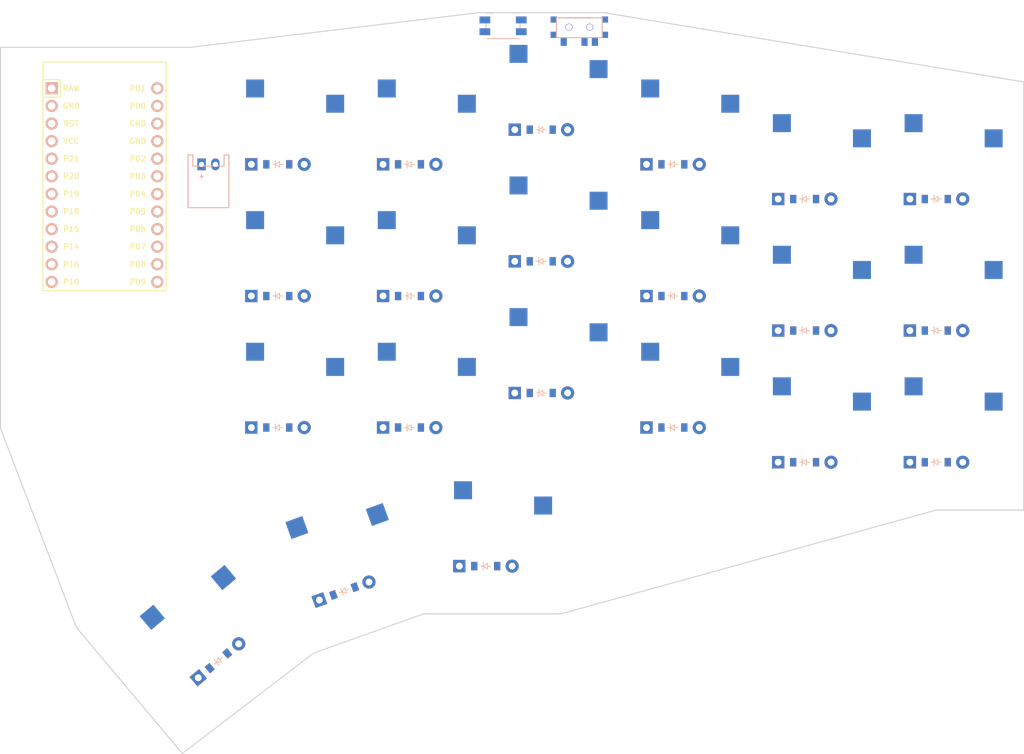
<source format=kicad_pcb>


(kicad_pcb (version 20171130) (host pcbnew 5.1.6)

  (page A3)
  (title_block
    (title "right_pcb")
    (rev "v1.0.0")
    (company "Unknown")
  )

  (general
    (thickness 1.6)
  )

  (layers
    (0 F.Cu signal)
    (31 B.Cu signal)
    (32 B.Adhes user)
    (33 F.Adhes user)
    (34 B.Paste user)
    (35 F.Paste user)
    (36 B.SilkS user)
    (37 F.SilkS user)
    (38 B.Mask user)
    (39 F.Mask user)
    (40 Dwgs.User user)
    (41 Cmts.User user)
    (42 Eco1.User user)
    (43 Eco2.User user)
    (44 Edge.Cuts user)
    (45 Margin user)
    (46 B.CrtYd user)
    (47 F.CrtYd user)
    (48 B.Fab user)
    (49 F.Fab user)
  )

  (setup
    (last_trace_width 0.25)
    (trace_clearance 0.2)
    (zone_clearance 0.508)
    (zone_45_only no)
    (trace_min 0.2)
    (via_size 0.8)
    (via_drill 0.4)
    (via_min_size 0.4)
    (via_min_drill 0.3)
    (uvia_size 0.3)
    (uvia_drill 0.1)
    (uvias_allowed no)
    (uvia_min_size 0.2)
    (uvia_min_drill 0.1)
    (edge_width 0.05)
    (segment_width 0.2)
    (pcb_text_width 0.3)
    (pcb_text_size 1.5 1.5)
    (mod_edge_width 0.12)
    (mod_text_size 1 1)
    (mod_text_width 0.15)
    (pad_size 1.524 1.524)
    (pad_drill 0.762)
    (pad_to_mask_clearance 0.05)
    (aux_axis_origin 0 0)
    (visible_elements FFFFFF7F)
    (pcbplotparams
      (layerselection 0x010fc_ffffffff)
      (usegerberextensions false)
      (usegerberattributes true)
      (usegerberadvancedattributes true)
      (creategerberjobfile true)
      (excludeedgelayer true)
      (linewidth 0.100000)
      (plotframeref false)
      (viasonmask false)
      (mode 1)
      (useauxorigin false)
      (hpglpennumber 1)
      (hpglpenspeed 20)
      (hpglpendiameter 15.000000)
      (psnegative false)
      (psa4output false)
      (plotreference true)
      (plotvalue true)
      (plotinvisibletext false)
      (padsonsilk false)
      (subtractmaskfromsilk false)
      (outputformat 1)
      (mirror false)
      (drillshape 1)
      (scaleselection 1)
      (outputdirectory ""))
  )

  (net 0 "")
(net 1 "P4")
(net 2 "mirror_outer_bottom")
(net 3 "mirror_outer_home")
(net 4 "mirror_outer_top")
(net 5 "P5")
(net 6 "mirror_pinky_bottom")
(net 7 "mirror_pinky_home")
(net 8 "mirror_pinky_top")
(net 9 "P6")
(net 10 "mirror_ring_bottom")
(net 11 "mirror_ring_home")
(net 12 "mirror_ring_top")
(net 13 "P7")
(net 14 "mirror_middle_bottom")
(net 15 "mirror_middle_home")
(net 16 "mirror_middle_top")
(net 17 "P8")
(net 18 "mirror_index_bottom")
(net 19 "mirror_index_home")
(net 20 "mirror_index_top")
(net 21 "P9")
(net 22 "mirror_inner_bottom")
(net 23 "mirror_inner_home")
(net 24 "mirror_inner_top")
(net 25 "mirror_near_thumb")
(net 26 "mirror_home_thumb")
(net 27 "mirror_far_thumb")
(net 28 "P16")
(net 29 "P10")
(net 30 "P2")
(net 31 "P3")
(net 32 "RAW")
(net 33 "GND")
(net 34 "RST")
(net 35 "VCC")
(net 36 "P21")
(net 37 "P20")
(net 38 "P19")
(net 39 "P18")
(net 40 "P15")
(net 41 "P14")
(net 42 "P1")
(net 43 "P0")
(net 44 "pos")

  (net_class Default "This is the default net class."
    (clearance 0.2)
    (trace_width 0.25)
    (via_dia 0.8)
    (via_drill 0.4)
    (uvia_dia 0.3)
    (uvia_drill 0.1)
    (add_net "")
(add_net "P4")
(add_net "mirror_outer_bottom")
(add_net "mirror_outer_home")
(add_net "mirror_outer_top")
(add_net "P5")
(add_net "mirror_pinky_bottom")
(add_net "mirror_pinky_home")
(add_net "mirror_pinky_top")
(add_net "P6")
(add_net "mirror_ring_bottom")
(add_net "mirror_ring_home")
(add_net "mirror_ring_top")
(add_net "P7")
(add_net "mirror_middle_bottom")
(add_net "mirror_middle_home")
(add_net "mirror_middle_top")
(add_net "P8")
(add_net "mirror_index_bottom")
(add_net "mirror_index_home")
(add_net "mirror_index_top")
(add_net "P9")
(add_net "mirror_inner_bottom")
(add_net "mirror_inner_home")
(add_net "mirror_inner_top")
(add_net "mirror_near_thumb")
(add_net "mirror_home_thumb")
(add_net "mirror_far_thumb")
(add_net "P16")
(add_net "P10")
(add_net "P2")
(add_net "P3")
(add_net "RAW")
(add_net "GND")
(add_net "RST")
(add_net "VCC")
(add_net "P21")
(add_net "P20")
(add_net "P19")
(add_net "P18")
(add_net "P15")
(add_net "P14")
(add_net "P1")
(add_net "P0")
(add_net "pos")
  )

  
        
      (module PG1350 (layer F.Cu) (tedit 5DD50112)
      (at 370 100 0)

      
      (fp_text reference "S1" (at 0 0) (layer F.SilkS) hide (effects (font (size 1.27 1.27) (thickness 0.15))))
      (fp_text value "" (at 0 0) (layer F.SilkS) hide (effects (font (size 1.27 1.27) (thickness 0.15))))

      
      (fp_line (start -7 -6) (end -7 -7) (layer Dwgs.User) (width 0.15))
      (fp_line (start -7 7) (end -6 7) (layer Dwgs.User) (width 0.15))
      (fp_line (start -6 -7) (end -7 -7) (layer Dwgs.User) (width 0.15))
      (fp_line (start -7 7) (end -7 6) (layer Dwgs.User) (width 0.15))
      (fp_line (start 7 6) (end 7 7) (layer Dwgs.User) (width 0.15))
      (fp_line (start 7 -7) (end 6 -7) (layer Dwgs.User) (width 0.15))
      (fp_line (start 6 7) (end 7 7) (layer Dwgs.User) (width 0.15))
      (fp_line (start 7 -7) (end 7 -6) (layer Dwgs.User) (width 0.15))      
      
      
      (pad "" np_thru_hole circle (at 0 0) (size 3.429 3.429) (drill 3.429) (layers *.Cu *.Mask))
        
      
      (pad "" np_thru_hole circle (at 5.5 0) (size 1.7018 1.7018) (drill 1.7018) (layers *.Cu *.Mask))
      (pad "" np_thru_hole circle (at -5.5 0) (size 1.7018 1.7018) (drill 1.7018) (layers *.Cu *.Mask))
      
        
      
      (fp_line (start -9 -8.5) (end 9 -8.5) (layer Dwgs.User) (width 0.15))
      (fp_line (start 9 -8.5) (end 9 8.5) (layer Dwgs.User) (width 0.15))
      (fp_line (start 9 8.5) (end -9 8.5) (layer Dwgs.User) (width 0.15))
      (fp_line (start -9 8.5) (end -9 -8.5) (layer Dwgs.User) (width 0.15))
      
        
          
          (pad "" np_thru_hole circle (at 5 -3.75) (size 3 3) (drill 3) (layers *.Cu *.Mask))
          (pad "" np_thru_hole circle (at 0 -5.95) (size 3 3) (drill 3) (layers *.Cu *.Mask))
      
          
          (pad 1 smd rect (at -3.275 -5.95 0) (size 2.6 2.6) (layers B.Cu B.Paste B.Mask)  (net 1 "P4"))
          (pad 2 smd rect (at 8.275 -3.75 0) (size 2.6 2.6) (layers B.Cu B.Paste B.Mask)  (net 2 "mirror_outer_bottom"))
        )
        

        
      (module PG1350 (layer F.Cu) (tedit 5DD50112)
      (at 370 81 0)

      
      (fp_text reference "S2" (at 0 0) (layer F.SilkS) hide (effects (font (size 1.27 1.27) (thickness 0.15))))
      (fp_text value "" (at 0 0) (layer F.SilkS) hide (effects (font (size 1.27 1.27) (thickness 0.15))))

      
      (fp_line (start -7 -6) (end -7 -7) (layer Dwgs.User) (width 0.15))
      (fp_line (start -7 7) (end -6 7) (layer Dwgs.User) (width 0.15))
      (fp_line (start -6 -7) (end -7 -7) (layer Dwgs.User) (width 0.15))
      (fp_line (start -7 7) (end -7 6) (layer Dwgs.User) (width 0.15))
      (fp_line (start 7 6) (end 7 7) (layer Dwgs.User) (width 0.15))
      (fp_line (start 7 -7) (end 6 -7) (layer Dwgs.User) (width 0.15))
      (fp_line (start 6 7) (end 7 7) (layer Dwgs.User) (width 0.15))
      (fp_line (start 7 -7) (end 7 -6) (layer Dwgs.User) (width 0.15))      
      
      
      (pad "" np_thru_hole circle (at 0 0) (size 3.429 3.429) (drill 3.429) (layers *.Cu *.Mask))
        
      
      (pad "" np_thru_hole circle (at 5.5 0) (size 1.7018 1.7018) (drill 1.7018) (layers *.Cu *.Mask))
      (pad "" np_thru_hole circle (at -5.5 0) (size 1.7018 1.7018) (drill 1.7018) (layers *.Cu *.Mask))
      
        
      
      (fp_line (start -9 -8.5) (end 9 -8.5) (layer Dwgs.User) (width 0.15))
      (fp_line (start 9 -8.5) (end 9 8.5) (layer Dwgs.User) (width 0.15))
      (fp_line (start 9 8.5) (end -9 8.5) (layer Dwgs.User) (width 0.15))
      (fp_line (start -9 8.5) (end -9 -8.5) (layer Dwgs.User) (width 0.15))
      
        
          
          (pad "" np_thru_hole circle (at 5 -3.75) (size 3 3) (drill 3) (layers *.Cu *.Mask))
          (pad "" np_thru_hole circle (at 0 -5.95) (size 3 3) (drill 3) (layers *.Cu *.Mask))
      
          
          (pad 1 smd rect (at -3.275 -5.95 0) (size 2.6 2.6) (layers B.Cu B.Paste B.Mask)  (net 1 "P4"))
          (pad 2 smd rect (at 8.275 -3.75 0) (size 2.6 2.6) (layers B.Cu B.Paste B.Mask)  (net 3 "mirror_outer_home"))
        )
        

        
      (module PG1350 (layer F.Cu) (tedit 5DD50112)
      (at 370 62 0)

      
      (fp_text reference "S3" (at 0 0) (layer F.SilkS) hide (effects (font (size 1.27 1.27) (thickness 0.15))))
      (fp_text value "" (at 0 0) (layer F.SilkS) hide (effects (font (size 1.27 1.27) (thickness 0.15))))

      
      (fp_line (start -7 -6) (end -7 -7) (layer Dwgs.User) (width 0.15))
      (fp_line (start -7 7) (end -6 7) (layer Dwgs.User) (width 0.15))
      (fp_line (start -6 -7) (end -7 -7) (layer Dwgs.User) (width 0.15))
      (fp_line (start -7 7) (end -7 6) (layer Dwgs.User) (width 0.15))
      (fp_line (start 7 6) (end 7 7) (layer Dwgs.User) (width 0.15))
      (fp_line (start 7 -7) (end 6 -7) (layer Dwgs.User) (width 0.15))
      (fp_line (start 6 7) (end 7 7) (layer Dwgs.User) (width 0.15))
      (fp_line (start 7 -7) (end 7 -6) (layer Dwgs.User) (width 0.15))      
      
      
      (pad "" np_thru_hole circle (at 0 0) (size 3.429 3.429) (drill 3.429) (layers *.Cu *.Mask))
        
      
      (pad "" np_thru_hole circle (at 5.5 0) (size 1.7018 1.7018) (drill 1.7018) (layers *.Cu *.Mask))
      (pad "" np_thru_hole circle (at -5.5 0) (size 1.7018 1.7018) (drill 1.7018) (layers *.Cu *.Mask))
      
        
      
      (fp_line (start -9 -8.5) (end 9 -8.5) (layer Dwgs.User) (width 0.15))
      (fp_line (start 9 -8.5) (end 9 8.5) (layer Dwgs.User) (width 0.15))
      (fp_line (start 9 8.5) (end -9 8.5) (layer Dwgs.User) (width 0.15))
      (fp_line (start -9 8.5) (end -9 -8.5) (layer Dwgs.User) (width 0.15))
      
        
          
          (pad "" np_thru_hole circle (at 5 -3.75) (size 3 3) (drill 3) (layers *.Cu *.Mask))
          (pad "" np_thru_hole circle (at 0 -5.95) (size 3 3) (drill 3) (layers *.Cu *.Mask))
      
          
          (pad 1 smd rect (at -3.275 -5.95 0) (size 2.6 2.6) (layers B.Cu B.Paste B.Mask)  (net 1 "P4"))
          (pad 2 smd rect (at 8.275 -3.75 0) (size 2.6 2.6) (layers B.Cu B.Paste B.Mask)  (net 4 "mirror_outer_top"))
        )
        

        
      (module PG1350 (layer F.Cu) (tedit 5DD50112)
      (at 351 100 0)

      
      (fp_text reference "S4" (at 0 0) (layer F.SilkS) hide (effects (font (size 1.27 1.27) (thickness 0.15))))
      (fp_text value "" (at 0 0) (layer F.SilkS) hide (effects (font (size 1.27 1.27) (thickness 0.15))))

      
      (fp_line (start -7 -6) (end -7 -7) (layer Dwgs.User) (width 0.15))
      (fp_line (start -7 7) (end -6 7) (layer Dwgs.User) (width 0.15))
      (fp_line (start -6 -7) (end -7 -7) (layer Dwgs.User) (width 0.15))
      (fp_line (start -7 7) (end -7 6) (layer Dwgs.User) (width 0.15))
      (fp_line (start 7 6) (end 7 7) (layer Dwgs.User) (width 0.15))
      (fp_line (start 7 -7) (end 6 -7) (layer Dwgs.User) (width 0.15))
      (fp_line (start 6 7) (end 7 7) (layer Dwgs.User) (width 0.15))
      (fp_line (start 7 -7) (end 7 -6) (layer Dwgs.User) (width 0.15))      
      
      
      (pad "" np_thru_hole circle (at 0 0) (size 3.429 3.429) (drill 3.429) (layers *.Cu *.Mask))
        
      
      (pad "" np_thru_hole circle (at 5.5 0) (size 1.7018 1.7018) (drill 1.7018) (layers *.Cu *.Mask))
      (pad "" np_thru_hole circle (at -5.5 0) (size 1.7018 1.7018) (drill 1.7018) (layers *.Cu *.Mask))
      
        
      
      (fp_line (start -9 -8.5) (end 9 -8.5) (layer Dwgs.User) (width 0.15))
      (fp_line (start 9 -8.5) (end 9 8.5) (layer Dwgs.User) (width 0.15))
      (fp_line (start 9 8.5) (end -9 8.5) (layer Dwgs.User) (width 0.15))
      (fp_line (start -9 8.5) (end -9 -8.5) (layer Dwgs.User) (width 0.15))
      
        
          
          (pad "" np_thru_hole circle (at 5 -3.75) (size 3 3) (drill 3) (layers *.Cu *.Mask))
          (pad "" np_thru_hole circle (at 0 -5.95) (size 3 3) (drill 3) (layers *.Cu *.Mask))
      
          
          (pad 1 smd rect (at -3.275 -5.95 0) (size 2.6 2.6) (layers B.Cu B.Paste B.Mask)  (net 5 "P5"))
          (pad 2 smd rect (at 8.275 -3.75 0) (size 2.6 2.6) (layers B.Cu B.Paste B.Mask)  (net 6 "mirror_pinky_bottom"))
        )
        

        
      (module PG1350 (layer F.Cu) (tedit 5DD50112)
      (at 351 81 0)

      
      (fp_text reference "S5" (at 0 0) (layer F.SilkS) hide (effects (font (size 1.27 1.27) (thickness 0.15))))
      (fp_text value "" (at 0 0) (layer F.SilkS) hide (effects (font (size 1.27 1.27) (thickness 0.15))))

      
      (fp_line (start -7 -6) (end -7 -7) (layer Dwgs.User) (width 0.15))
      (fp_line (start -7 7) (end -6 7) (layer Dwgs.User) (width 0.15))
      (fp_line (start -6 -7) (end -7 -7) (layer Dwgs.User) (width 0.15))
      (fp_line (start -7 7) (end -7 6) (layer Dwgs.User) (width 0.15))
      (fp_line (start 7 6) (end 7 7) (layer Dwgs.User) (width 0.15))
      (fp_line (start 7 -7) (end 6 -7) (layer Dwgs.User) (width 0.15))
      (fp_line (start 6 7) (end 7 7) (layer Dwgs.User) (width 0.15))
      (fp_line (start 7 -7) (end 7 -6) (layer Dwgs.User) (width 0.15))      
      
      
      (pad "" np_thru_hole circle (at 0 0) (size 3.429 3.429) (drill 3.429) (layers *.Cu *.Mask))
        
      
      (pad "" np_thru_hole circle (at 5.5 0) (size 1.7018 1.7018) (drill 1.7018) (layers *.Cu *.Mask))
      (pad "" np_thru_hole circle (at -5.5 0) (size 1.7018 1.7018) (drill 1.7018) (layers *.Cu *.Mask))
      
        
      
      (fp_line (start -9 -8.5) (end 9 -8.5) (layer Dwgs.User) (width 0.15))
      (fp_line (start 9 -8.5) (end 9 8.5) (layer Dwgs.User) (width 0.15))
      (fp_line (start 9 8.5) (end -9 8.5) (layer Dwgs.User) (width 0.15))
      (fp_line (start -9 8.5) (end -9 -8.5) (layer Dwgs.User) (width 0.15))
      
        
          
          (pad "" np_thru_hole circle (at 5 -3.75) (size 3 3) (drill 3) (layers *.Cu *.Mask))
          (pad "" np_thru_hole circle (at 0 -5.95) (size 3 3) (drill 3) (layers *.Cu *.Mask))
      
          
          (pad 1 smd rect (at -3.275 -5.95 0) (size 2.6 2.6) (layers B.Cu B.Paste B.Mask)  (net 5 "P5"))
          (pad 2 smd rect (at 8.275 -3.75 0) (size 2.6 2.6) (layers B.Cu B.Paste B.Mask)  (net 7 "mirror_pinky_home"))
        )
        

        
      (module PG1350 (layer F.Cu) (tedit 5DD50112)
      (at 351 62 0)

      
      (fp_text reference "S6" (at 0 0) (layer F.SilkS) hide (effects (font (size 1.27 1.27) (thickness 0.15))))
      (fp_text value "" (at 0 0) (layer F.SilkS) hide (effects (font (size 1.27 1.27) (thickness 0.15))))

      
      (fp_line (start -7 -6) (end -7 -7) (layer Dwgs.User) (width 0.15))
      (fp_line (start -7 7) (end -6 7) (layer Dwgs.User) (width 0.15))
      (fp_line (start -6 -7) (end -7 -7) (layer Dwgs.User) (width 0.15))
      (fp_line (start -7 7) (end -7 6) (layer Dwgs.User) (width 0.15))
      (fp_line (start 7 6) (end 7 7) (layer Dwgs.User) (width 0.15))
      (fp_line (start 7 -7) (end 6 -7) (layer Dwgs.User) (width 0.15))
      (fp_line (start 6 7) (end 7 7) (layer Dwgs.User) (width 0.15))
      (fp_line (start 7 -7) (end 7 -6) (layer Dwgs.User) (width 0.15))      
      
      
      (pad "" np_thru_hole circle (at 0 0) (size 3.429 3.429) (drill 3.429) (layers *.Cu *.Mask))
        
      
      (pad "" np_thru_hole circle (at 5.5 0) (size 1.7018 1.7018) (drill 1.7018) (layers *.Cu *.Mask))
      (pad "" np_thru_hole circle (at -5.5 0) (size 1.7018 1.7018) (drill 1.7018) (layers *.Cu *.Mask))
      
        
      
      (fp_line (start -9 -8.5) (end 9 -8.5) (layer Dwgs.User) (width 0.15))
      (fp_line (start 9 -8.5) (end 9 8.5) (layer Dwgs.User) (width 0.15))
      (fp_line (start 9 8.5) (end -9 8.5) (layer Dwgs.User) (width 0.15))
      (fp_line (start -9 8.5) (end -9 -8.5) (layer Dwgs.User) (width 0.15))
      
        
          
          (pad "" np_thru_hole circle (at 5 -3.75) (size 3 3) (drill 3) (layers *.Cu *.Mask))
          (pad "" np_thru_hole circle (at 0 -5.95) (size 3 3) (drill 3) (layers *.Cu *.Mask))
      
          
          (pad 1 smd rect (at -3.275 -5.95 0) (size 2.6 2.6) (layers B.Cu B.Paste B.Mask)  (net 5 "P5"))
          (pad 2 smd rect (at 8.275 -3.75 0) (size 2.6 2.6) (layers B.Cu B.Paste B.Mask)  (net 8 "mirror_pinky_top"))
        )
        

        
      (module PG1350 (layer F.Cu) (tedit 5DD50112)
      (at 332 95 0)

      
      (fp_text reference "S7" (at 0 0) (layer F.SilkS) hide (effects (font (size 1.27 1.27) (thickness 0.15))))
      (fp_text value "" (at 0 0) (layer F.SilkS) hide (effects (font (size 1.27 1.27) (thickness 0.15))))

      
      (fp_line (start -7 -6) (end -7 -7) (layer Dwgs.User) (width 0.15))
      (fp_line (start -7 7) (end -6 7) (layer Dwgs.User) (width 0.15))
      (fp_line (start -6 -7) (end -7 -7) (layer Dwgs.User) (width 0.15))
      (fp_line (start -7 7) (end -7 6) (layer Dwgs.User) (width 0.15))
      (fp_line (start 7 6) (end 7 7) (layer Dwgs.User) (width 0.15))
      (fp_line (start 7 -7) (end 6 -7) (layer Dwgs.User) (width 0.15))
      (fp_line (start 6 7) (end 7 7) (layer Dwgs.User) (width 0.15))
      (fp_line (start 7 -7) (end 7 -6) (layer Dwgs.User) (width 0.15))      
      
      
      (pad "" np_thru_hole circle (at 0 0) (size 3.429 3.429) (drill 3.429) (layers *.Cu *.Mask))
        
      
      (pad "" np_thru_hole circle (at 5.5 0) (size 1.7018 1.7018) (drill 1.7018) (layers *.Cu *.Mask))
      (pad "" np_thru_hole circle (at -5.5 0) (size 1.7018 1.7018) (drill 1.7018) (layers *.Cu *.Mask))
      
        
      
      (fp_line (start -9 -8.5) (end 9 -8.5) (layer Dwgs.User) (width 0.15))
      (fp_line (start 9 -8.5) (end 9 8.5) (layer Dwgs.User) (width 0.15))
      (fp_line (start 9 8.5) (end -9 8.5) (layer Dwgs.User) (width 0.15))
      (fp_line (start -9 8.5) (end -9 -8.5) (layer Dwgs.User) (width 0.15))
      
        
          
          (pad "" np_thru_hole circle (at 5 -3.75) (size 3 3) (drill 3) (layers *.Cu *.Mask))
          (pad "" np_thru_hole circle (at 0 -5.95) (size 3 3) (drill 3) (layers *.Cu *.Mask))
      
          
          (pad 1 smd rect (at -3.275 -5.95 0) (size 2.6 2.6) (layers B.Cu B.Paste B.Mask)  (net 9 "P6"))
          (pad 2 smd rect (at 8.275 -3.75 0) (size 2.6 2.6) (layers B.Cu B.Paste B.Mask)  (net 10 "mirror_ring_bottom"))
        )
        

        
      (module PG1350 (layer F.Cu) (tedit 5DD50112)
      (at 332 76 0)

      
      (fp_text reference "S8" (at 0 0) (layer F.SilkS) hide (effects (font (size 1.27 1.27) (thickness 0.15))))
      (fp_text value "" (at 0 0) (layer F.SilkS) hide (effects (font (size 1.27 1.27) (thickness 0.15))))

      
      (fp_line (start -7 -6) (end -7 -7) (layer Dwgs.User) (width 0.15))
      (fp_line (start -7 7) (end -6 7) (layer Dwgs.User) (width 0.15))
      (fp_line (start -6 -7) (end -7 -7) (layer Dwgs.User) (width 0.15))
      (fp_line (start -7 7) (end -7 6) (layer Dwgs.User) (width 0.15))
      (fp_line (start 7 6) (end 7 7) (layer Dwgs.User) (width 0.15))
      (fp_line (start 7 -7) (end 6 -7) (layer Dwgs.User) (width 0.15))
      (fp_line (start 6 7) (end 7 7) (layer Dwgs.User) (width 0.15))
      (fp_line (start 7 -7) (end 7 -6) (layer Dwgs.User) (width 0.15))      
      
      
      (pad "" np_thru_hole circle (at 0 0) (size 3.429 3.429) (drill 3.429) (layers *.Cu *.Mask))
        
      
      (pad "" np_thru_hole circle (at 5.5 0) (size 1.7018 1.7018) (drill 1.7018) (layers *.Cu *.Mask))
      (pad "" np_thru_hole circle (at -5.5 0) (size 1.7018 1.7018) (drill 1.7018) (layers *.Cu *.Mask))
      
        
      
      (fp_line (start -9 -8.5) (end 9 -8.5) (layer Dwgs.User) (width 0.15))
      (fp_line (start 9 -8.5) (end 9 8.5) (layer Dwgs.User) (width 0.15))
      (fp_line (start 9 8.5) (end -9 8.5) (layer Dwgs.User) (width 0.15))
      (fp_line (start -9 8.5) (end -9 -8.5) (layer Dwgs.User) (width 0.15))
      
        
          
          (pad "" np_thru_hole circle (at 5 -3.75) (size 3 3) (drill 3) (layers *.Cu *.Mask))
          (pad "" np_thru_hole circle (at 0 -5.95) (size 3 3) (drill 3) (layers *.Cu *.Mask))
      
          
          (pad 1 smd rect (at -3.275 -5.95 0) (size 2.6 2.6) (layers B.Cu B.Paste B.Mask)  (net 9 "P6"))
          (pad 2 smd rect (at 8.275 -3.75 0) (size 2.6 2.6) (layers B.Cu B.Paste B.Mask)  (net 11 "mirror_ring_home"))
        )
        

        
      (module PG1350 (layer F.Cu) (tedit 5DD50112)
      (at 332 57 0)

      
      (fp_text reference "S9" (at 0 0) (layer F.SilkS) hide (effects (font (size 1.27 1.27) (thickness 0.15))))
      (fp_text value "" (at 0 0) (layer F.SilkS) hide (effects (font (size 1.27 1.27) (thickness 0.15))))

      
      (fp_line (start -7 -6) (end -7 -7) (layer Dwgs.User) (width 0.15))
      (fp_line (start -7 7) (end -6 7) (layer Dwgs.User) (width 0.15))
      (fp_line (start -6 -7) (end -7 -7) (layer Dwgs.User) (width 0.15))
      (fp_line (start -7 7) (end -7 6) (layer Dwgs.User) (width 0.15))
      (fp_line (start 7 6) (end 7 7) (layer Dwgs.User) (width 0.15))
      (fp_line (start 7 -7) (end 6 -7) (layer Dwgs.User) (width 0.15))
      (fp_line (start 6 7) (end 7 7) (layer Dwgs.User) (width 0.15))
      (fp_line (start 7 -7) (end 7 -6) (layer Dwgs.User) (width 0.15))      
      
      
      (pad "" np_thru_hole circle (at 0 0) (size 3.429 3.429) (drill 3.429) (layers *.Cu *.Mask))
        
      
      (pad "" np_thru_hole circle (at 5.5 0) (size 1.7018 1.7018) (drill 1.7018) (layers *.Cu *.Mask))
      (pad "" np_thru_hole circle (at -5.5 0) (size 1.7018 1.7018) (drill 1.7018) (layers *.Cu *.Mask))
      
        
      
      (fp_line (start -9 -8.5) (end 9 -8.5) (layer Dwgs.User) (width 0.15))
      (fp_line (start 9 -8.5) (end 9 8.5) (layer Dwgs.User) (width 0.15))
      (fp_line (start 9 8.5) (end -9 8.5) (layer Dwgs.User) (width 0.15))
      (fp_line (start -9 8.5) (end -9 -8.5) (layer Dwgs.User) (width 0.15))
      
        
          
          (pad "" np_thru_hole circle (at 5 -3.75) (size 3 3) (drill 3) (layers *.Cu *.Mask))
          (pad "" np_thru_hole circle (at 0 -5.95) (size 3 3) (drill 3) (layers *.Cu *.Mask))
      
          
          (pad 1 smd rect (at -3.275 -5.95 0) (size 2.6 2.6) (layers B.Cu B.Paste B.Mask)  (net 9 "P6"))
          (pad 2 smd rect (at 8.275 -3.75 0) (size 2.6 2.6) (layers B.Cu B.Paste B.Mask)  (net 12 "mirror_ring_top"))
        )
        

        
      (module PG1350 (layer F.Cu) (tedit 5DD50112)
      (at 313 90 0)

      
      (fp_text reference "S10" (at 0 0) (layer F.SilkS) hide (effects (font (size 1.27 1.27) (thickness 0.15))))
      (fp_text value "" (at 0 0) (layer F.SilkS) hide (effects (font (size 1.27 1.27) (thickness 0.15))))

      
      (fp_line (start -7 -6) (end -7 -7) (layer Dwgs.User) (width 0.15))
      (fp_line (start -7 7) (end -6 7) (layer Dwgs.User) (width 0.15))
      (fp_line (start -6 -7) (end -7 -7) (layer Dwgs.User) (width 0.15))
      (fp_line (start -7 7) (end -7 6) (layer Dwgs.User) (width 0.15))
      (fp_line (start 7 6) (end 7 7) (layer Dwgs.User) (width 0.15))
      (fp_line (start 7 -7) (end 6 -7) (layer Dwgs.User) (width 0.15))
      (fp_line (start 6 7) (end 7 7) (layer Dwgs.User) (width 0.15))
      (fp_line (start 7 -7) (end 7 -6) (layer Dwgs.User) (width 0.15))      
      
      
      (pad "" np_thru_hole circle (at 0 0) (size 3.429 3.429) (drill 3.429) (layers *.Cu *.Mask))
        
      
      (pad "" np_thru_hole circle (at 5.5 0) (size 1.7018 1.7018) (drill 1.7018) (layers *.Cu *.Mask))
      (pad "" np_thru_hole circle (at -5.5 0) (size 1.7018 1.7018) (drill 1.7018) (layers *.Cu *.Mask))
      
        
      
      (fp_line (start -9 -8.5) (end 9 -8.5) (layer Dwgs.User) (width 0.15))
      (fp_line (start 9 -8.5) (end 9 8.5) (layer Dwgs.User) (width 0.15))
      (fp_line (start 9 8.5) (end -9 8.5) (layer Dwgs.User) (width 0.15))
      (fp_line (start -9 8.5) (end -9 -8.5) (layer Dwgs.User) (width 0.15))
      
        
          
          (pad "" np_thru_hole circle (at 5 -3.75) (size 3 3) (drill 3) (layers *.Cu *.Mask))
          (pad "" np_thru_hole circle (at 0 -5.95) (size 3 3) (drill 3) (layers *.Cu *.Mask))
      
          
          (pad 1 smd rect (at -3.275 -5.95 0) (size 2.6 2.6) (layers B.Cu B.Paste B.Mask)  (net 13 "P7"))
          (pad 2 smd rect (at 8.275 -3.75 0) (size 2.6 2.6) (layers B.Cu B.Paste B.Mask)  (net 14 "mirror_middle_bottom"))
        )
        

        
      (module PG1350 (layer F.Cu) (tedit 5DD50112)
      (at 313 71 0)

      
      (fp_text reference "S11" (at 0 0) (layer F.SilkS) hide (effects (font (size 1.27 1.27) (thickness 0.15))))
      (fp_text value "" (at 0 0) (layer F.SilkS) hide (effects (font (size 1.27 1.27) (thickness 0.15))))

      
      (fp_line (start -7 -6) (end -7 -7) (layer Dwgs.User) (width 0.15))
      (fp_line (start -7 7) (end -6 7) (layer Dwgs.User) (width 0.15))
      (fp_line (start -6 -7) (end -7 -7) (layer Dwgs.User) (width 0.15))
      (fp_line (start -7 7) (end -7 6) (layer Dwgs.User) (width 0.15))
      (fp_line (start 7 6) (end 7 7) (layer Dwgs.User) (width 0.15))
      (fp_line (start 7 -7) (end 6 -7) (layer Dwgs.User) (width 0.15))
      (fp_line (start 6 7) (end 7 7) (layer Dwgs.User) (width 0.15))
      (fp_line (start 7 -7) (end 7 -6) (layer Dwgs.User) (width 0.15))      
      
      
      (pad "" np_thru_hole circle (at 0 0) (size 3.429 3.429) (drill 3.429) (layers *.Cu *.Mask))
        
      
      (pad "" np_thru_hole circle (at 5.5 0) (size 1.7018 1.7018) (drill 1.7018) (layers *.Cu *.Mask))
      (pad "" np_thru_hole circle (at -5.5 0) (size 1.7018 1.7018) (drill 1.7018) (layers *.Cu *.Mask))
      
        
      
      (fp_line (start -9 -8.5) (end 9 -8.5) (layer Dwgs.User) (width 0.15))
      (fp_line (start 9 -8.5) (end 9 8.5) (layer Dwgs.User) (width 0.15))
      (fp_line (start 9 8.5) (end -9 8.5) (layer Dwgs.User) (width 0.15))
      (fp_line (start -9 8.5) (end -9 -8.5) (layer Dwgs.User) (width 0.15))
      
        
          
          (pad "" np_thru_hole circle (at 5 -3.75) (size 3 3) (drill 3) (layers *.Cu *.Mask))
          (pad "" np_thru_hole circle (at 0 -5.95) (size 3 3) (drill 3) (layers *.Cu *.Mask))
      
          
          (pad 1 smd rect (at -3.275 -5.95 0) (size 2.6 2.6) (layers B.Cu B.Paste B.Mask)  (net 13 "P7"))
          (pad 2 smd rect (at 8.275 -3.75 0) (size 2.6 2.6) (layers B.Cu B.Paste B.Mask)  (net 15 "mirror_middle_home"))
        )
        

        
      (module PG1350 (layer F.Cu) (tedit 5DD50112)
      (at 313 52 0)

      
      (fp_text reference "S12" (at 0 0) (layer F.SilkS) hide (effects (font (size 1.27 1.27) (thickness 0.15))))
      (fp_text value "" (at 0 0) (layer F.SilkS) hide (effects (font (size 1.27 1.27) (thickness 0.15))))

      
      (fp_line (start -7 -6) (end -7 -7) (layer Dwgs.User) (width 0.15))
      (fp_line (start -7 7) (end -6 7) (layer Dwgs.User) (width 0.15))
      (fp_line (start -6 -7) (end -7 -7) (layer Dwgs.User) (width 0.15))
      (fp_line (start -7 7) (end -7 6) (layer Dwgs.User) (width 0.15))
      (fp_line (start 7 6) (end 7 7) (layer Dwgs.User) (width 0.15))
      (fp_line (start 7 -7) (end 6 -7) (layer Dwgs.User) (width 0.15))
      (fp_line (start 6 7) (end 7 7) (layer Dwgs.User) (width 0.15))
      (fp_line (start 7 -7) (end 7 -6) (layer Dwgs.User) (width 0.15))      
      
      
      (pad "" np_thru_hole circle (at 0 0) (size 3.429 3.429) (drill 3.429) (layers *.Cu *.Mask))
        
      
      (pad "" np_thru_hole circle (at 5.5 0) (size 1.7018 1.7018) (drill 1.7018) (layers *.Cu *.Mask))
      (pad "" np_thru_hole circle (at -5.5 0) (size 1.7018 1.7018) (drill 1.7018) (layers *.Cu *.Mask))
      
        
      
      (fp_line (start -9 -8.5) (end 9 -8.5) (layer Dwgs.User) (width 0.15))
      (fp_line (start 9 -8.5) (end 9 8.5) (layer Dwgs.User) (width 0.15))
      (fp_line (start 9 8.5) (end -9 8.5) (layer Dwgs.User) (width 0.15))
      (fp_line (start -9 8.5) (end -9 -8.5) (layer Dwgs.User) (width 0.15))
      
        
          
          (pad "" np_thru_hole circle (at 5 -3.75) (size 3 3) (drill 3) (layers *.Cu *.Mask))
          (pad "" np_thru_hole circle (at 0 -5.95) (size 3 3) (drill 3) (layers *.Cu *.Mask))
      
          
          (pad 1 smd rect (at -3.275 -5.95 0) (size 2.6 2.6) (layers B.Cu B.Paste B.Mask)  (net 13 "P7"))
          (pad 2 smd rect (at 8.275 -3.75 0) (size 2.6 2.6) (layers B.Cu B.Paste B.Mask)  (net 16 "mirror_middle_top"))
        )
        

        
      (module PG1350 (layer F.Cu) (tedit 5DD50112)
      (at 294 95 0)

      
      (fp_text reference "S13" (at 0 0) (layer F.SilkS) hide (effects (font (size 1.27 1.27) (thickness 0.15))))
      (fp_text value "" (at 0 0) (layer F.SilkS) hide (effects (font (size 1.27 1.27) (thickness 0.15))))

      
      (fp_line (start -7 -6) (end -7 -7) (layer Dwgs.User) (width 0.15))
      (fp_line (start -7 7) (end -6 7) (layer Dwgs.User) (width 0.15))
      (fp_line (start -6 -7) (end -7 -7) (layer Dwgs.User) (width 0.15))
      (fp_line (start -7 7) (end -7 6) (layer Dwgs.User) (width 0.15))
      (fp_line (start 7 6) (end 7 7) (layer Dwgs.User) (width 0.15))
      (fp_line (start 7 -7) (end 6 -7) (layer Dwgs.User) (width 0.15))
      (fp_line (start 6 7) (end 7 7) (layer Dwgs.User) (width 0.15))
      (fp_line (start 7 -7) (end 7 -6) (layer Dwgs.User) (width 0.15))      
      
      
      (pad "" np_thru_hole circle (at 0 0) (size 3.429 3.429) (drill 3.429) (layers *.Cu *.Mask))
        
      
      (pad "" np_thru_hole circle (at 5.5 0) (size 1.7018 1.7018) (drill 1.7018) (layers *.Cu *.Mask))
      (pad "" np_thru_hole circle (at -5.5 0) (size 1.7018 1.7018) (drill 1.7018) (layers *.Cu *.Mask))
      
        
      
      (fp_line (start -9 -8.5) (end 9 -8.5) (layer Dwgs.User) (width 0.15))
      (fp_line (start 9 -8.5) (end 9 8.5) (layer Dwgs.User) (width 0.15))
      (fp_line (start 9 8.5) (end -9 8.5) (layer Dwgs.User) (width 0.15))
      (fp_line (start -9 8.5) (end -9 -8.5) (layer Dwgs.User) (width 0.15))
      
        
          
          (pad "" np_thru_hole circle (at 5 -3.75) (size 3 3) (drill 3) (layers *.Cu *.Mask))
          (pad "" np_thru_hole circle (at 0 -5.95) (size 3 3) (drill 3) (layers *.Cu *.Mask))
      
          
          (pad 1 smd rect (at -3.275 -5.95 0) (size 2.6 2.6) (layers B.Cu B.Paste B.Mask)  (net 17 "P8"))
          (pad 2 smd rect (at 8.275 -3.75 0) (size 2.6 2.6) (layers B.Cu B.Paste B.Mask)  (net 18 "mirror_index_bottom"))
        )
        

        
      (module PG1350 (layer F.Cu) (tedit 5DD50112)
      (at 294 76 0)

      
      (fp_text reference "S14" (at 0 0) (layer F.SilkS) hide (effects (font (size 1.27 1.27) (thickness 0.15))))
      (fp_text value "" (at 0 0) (layer F.SilkS) hide (effects (font (size 1.27 1.27) (thickness 0.15))))

      
      (fp_line (start -7 -6) (end -7 -7) (layer Dwgs.User) (width 0.15))
      (fp_line (start -7 7) (end -6 7) (layer Dwgs.User) (width 0.15))
      (fp_line (start -6 -7) (end -7 -7) (layer Dwgs.User) (width 0.15))
      (fp_line (start -7 7) (end -7 6) (layer Dwgs.User) (width 0.15))
      (fp_line (start 7 6) (end 7 7) (layer Dwgs.User) (width 0.15))
      (fp_line (start 7 -7) (end 6 -7) (layer Dwgs.User) (width 0.15))
      (fp_line (start 6 7) (end 7 7) (layer Dwgs.User) (width 0.15))
      (fp_line (start 7 -7) (end 7 -6) (layer Dwgs.User) (width 0.15))      
      
      
      (pad "" np_thru_hole circle (at 0 0) (size 3.429 3.429) (drill 3.429) (layers *.Cu *.Mask))
        
      
      (pad "" np_thru_hole circle (at 5.5 0) (size 1.7018 1.7018) (drill 1.7018) (layers *.Cu *.Mask))
      (pad "" np_thru_hole circle (at -5.5 0) (size 1.7018 1.7018) (drill 1.7018) (layers *.Cu *.Mask))
      
        
      
      (fp_line (start -9 -8.5) (end 9 -8.5) (layer Dwgs.User) (width 0.15))
      (fp_line (start 9 -8.5) (end 9 8.5) (layer Dwgs.User) (width 0.15))
      (fp_line (start 9 8.5) (end -9 8.5) (layer Dwgs.User) (width 0.15))
      (fp_line (start -9 8.5) (end -9 -8.5) (layer Dwgs.User) (width 0.15))
      
        
          
          (pad "" np_thru_hole circle (at 5 -3.75) (size 3 3) (drill 3) (layers *.Cu *.Mask))
          (pad "" np_thru_hole circle (at 0 -5.95) (size 3 3) (drill 3) (layers *.Cu *.Mask))
      
          
          (pad 1 smd rect (at -3.275 -5.95 0) (size 2.6 2.6) (layers B.Cu B.Paste B.Mask)  (net 17 "P8"))
          (pad 2 smd rect (at 8.275 -3.75 0) (size 2.6 2.6) (layers B.Cu B.Paste B.Mask)  (net 19 "mirror_index_home"))
        )
        

        
      (module PG1350 (layer F.Cu) (tedit 5DD50112)
      (at 294 57 0)

      
      (fp_text reference "S15" (at 0 0) (layer F.SilkS) hide (effects (font (size 1.27 1.27) (thickness 0.15))))
      (fp_text value "" (at 0 0) (layer F.SilkS) hide (effects (font (size 1.27 1.27) (thickness 0.15))))

      
      (fp_line (start -7 -6) (end -7 -7) (layer Dwgs.User) (width 0.15))
      (fp_line (start -7 7) (end -6 7) (layer Dwgs.User) (width 0.15))
      (fp_line (start -6 -7) (end -7 -7) (layer Dwgs.User) (width 0.15))
      (fp_line (start -7 7) (end -7 6) (layer Dwgs.User) (width 0.15))
      (fp_line (start 7 6) (end 7 7) (layer Dwgs.User) (width 0.15))
      (fp_line (start 7 -7) (end 6 -7) (layer Dwgs.User) (width 0.15))
      (fp_line (start 6 7) (end 7 7) (layer Dwgs.User) (width 0.15))
      (fp_line (start 7 -7) (end 7 -6) (layer Dwgs.User) (width 0.15))      
      
      
      (pad "" np_thru_hole circle (at 0 0) (size 3.429 3.429) (drill 3.429) (layers *.Cu *.Mask))
        
      
      (pad "" np_thru_hole circle (at 5.5 0) (size 1.7018 1.7018) (drill 1.7018) (layers *.Cu *.Mask))
      (pad "" np_thru_hole circle (at -5.5 0) (size 1.7018 1.7018) (drill 1.7018) (layers *.Cu *.Mask))
      
        
      
      (fp_line (start -9 -8.5) (end 9 -8.5) (layer Dwgs.User) (width 0.15))
      (fp_line (start 9 -8.5) (end 9 8.5) (layer Dwgs.User) (width 0.15))
      (fp_line (start 9 8.5) (end -9 8.5) (layer Dwgs.User) (width 0.15))
      (fp_line (start -9 8.5) (end -9 -8.5) (layer Dwgs.User) (width 0.15))
      
        
          
          (pad "" np_thru_hole circle (at 5 -3.75) (size 3 3) (drill 3) (layers *.Cu *.Mask))
          (pad "" np_thru_hole circle (at 0 -5.95) (size 3 3) (drill 3) (layers *.Cu *.Mask))
      
          
          (pad 1 smd rect (at -3.275 -5.95 0) (size 2.6 2.6) (layers B.Cu B.Paste B.Mask)  (net 17 "P8"))
          (pad 2 smd rect (at 8.275 -3.75 0) (size 2.6 2.6) (layers B.Cu B.Paste B.Mask)  (net 20 "mirror_index_top"))
        )
        

        
      (module PG1350 (layer F.Cu) (tedit 5DD50112)
      (at 275 95 0)

      
      (fp_text reference "S16" (at 0 0) (layer F.SilkS) hide (effects (font (size 1.27 1.27) (thickness 0.15))))
      (fp_text value "" (at 0 0) (layer F.SilkS) hide (effects (font (size 1.27 1.27) (thickness 0.15))))

      
      (fp_line (start -7 -6) (end -7 -7) (layer Dwgs.User) (width 0.15))
      (fp_line (start -7 7) (end -6 7) (layer Dwgs.User) (width 0.15))
      (fp_line (start -6 -7) (end -7 -7) (layer Dwgs.User) (width 0.15))
      (fp_line (start -7 7) (end -7 6) (layer Dwgs.User) (width 0.15))
      (fp_line (start 7 6) (end 7 7) (layer Dwgs.User) (width 0.15))
      (fp_line (start 7 -7) (end 6 -7) (layer Dwgs.User) (width 0.15))
      (fp_line (start 6 7) (end 7 7) (layer Dwgs.User) (width 0.15))
      (fp_line (start 7 -7) (end 7 -6) (layer Dwgs.User) (width 0.15))      
      
      
      (pad "" np_thru_hole circle (at 0 0) (size 3.429 3.429) (drill 3.429) (layers *.Cu *.Mask))
        
      
      (pad "" np_thru_hole circle (at 5.5 0) (size 1.7018 1.7018) (drill 1.7018) (layers *.Cu *.Mask))
      (pad "" np_thru_hole circle (at -5.5 0) (size 1.7018 1.7018) (drill 1.7018) (layers *.Cu *.Mask))
      
        
      
      (fp_line (start -9 -8.5) (end 9 -8.5) (layer Dwgs.User) (width 0.15))
      (fp_line (start 9 -8.5) (end 9 8.5) (layer Dwgs.User) (width 0.15))
      (fp_line (start 9 8.5) (end -9 8.5) (layer Dwgs.User) (width 0.15))
      (fp_line (start -9 8.5) (end -9 -8.5) (layer Dwgs.User) (width 0.15))
      
        
          
          (pad "" np_thru_hole circle (at 5 -3.75) (size 3 3) (drill 3) (layers *.Cu *.Mask))
          (pad "" np_thru_hole circle (at 0 -5.95) (size 3 3) (drill 3) (layers *.Cu *.Mask))
      
          
          (pad 1 smd rect (at -3.275 -5.95 0) (size 2.6 2.6) (layers B.Cu B.Paste B.Mask)  (net 21 "P9"))
          (pad 2 smd rect (at 8.275 -3.75 0) (size 2.6 2.6) (layers B.Cu B.Paste B.Mask)  (net 22 "mirror_inner_bottom"))
        )
        

        
      (module PG1350 (layer F.Cu) (tedit 5DD50112)
      (at 275 76 0)

      
      (fp_text reference "S17" (at 0 0) (layer F.SilkS) hide (effects (font (size 1.27 1.27) (thickness 0.15))))
      (fp_text value "" (at 0 0) (layer F.SilkS) hide (effects (font (size 1.27 1.27) (thickness 0.15))))

      
      (fp_line (start -7 -6) (end -7 -7) (layer Dwgs.User) (width 0.15))
      (fp_line (start -7 7) (end -6 7) (layer Dwgs.User) (width 0.15))
      (fp_line (start -6 -7) (end -7 -7) (layer Dwgs.User) (width 0.15))
      (fp_line (start -7 7) (end -7 6) (layer Dwgs.User) (width 0.15))
      (fp_line (start 7 6) (end 7 7) (layer Dwgs.User) (width 0.15))
      (fp_line (start 7 -7) (end 6 -7) (layer Dwgs.User) (width 0.15))
      (fp_line (start 6 7) (end 7 7) (layer Dwgs.User) (width 0.15))
      (fp_line (start 7 -7) (end 7 -6) (layer Dwgs.User) (width 0.15))      
      
      
      (pad "" np_thru_hole circle (at 0 0) (size 3.429 3.429) (drill 3.429) (layers *.Cu *.Mask))
        
      
      (pad "" np_thru_hole circle (at 5.5 0) (size 1.7018 1.7018) (drill 1.7018) (layers *.Cu *.Mask))
      (pad "" np_thru_hole circle (at -5.5 0) (size 1.7018 1.7018) (drill 1.7018) (layers *.Cu *.Mask))
      
        
      
      (fp_line (start -9 -8.5) (end 9 -8.5) (layer Dwgs.User) (width 0.15))
      (fp_line (start 9 -8.5) (end 9 8.5) (layer Dwgs.User) (width 0.15))
      (fp_line (start 9 8.5) (end -9 8.5) (layer Dwgs.User) (width 0.15))
      (fp_line (start -9 8.5) (end -9 -8.5) (layer Dwgs.User) (width 0.15))
      
        
          
          (pad "" np_thru_hole circle (at 5 -3.75) (size 3 3) (drill 3) (layers *.Cu *.Mask))
          (pad "" np_thru_hole circle (at 0 -5.95) (size 3 3) (drill 3) (layers *.Cu *.Mask))
      
          
          (pad 1 smd rect (at -3.275 -5.95 0) (size 2.6 2.6) (layers B.Cu B.Paste B.Mask)  (net 21 "P9"))
          (pad 2 smd rect (at 8.275 -3.75 0) (size 2.6 2.6) (layers B.Cu B.Paste B.Mask)  (net 23 "mirror_inner_home"))
        )
        

        
      (module PG1350 (layer F.Cu) (tedit 5DD50112)
      (at 275 57 0)

      
      (fp_text reference "S18" (at 0 0) (layer F.SilkS) hide (effects (font (size 1.27 1.27) (thickness 0.15))))
      (fp_text value "" (at 0 0) (layer F.SilkS) hide (effects (font (size 1.27 1.27) (thickness 0.15))))

      
      (fp_line (start -7 -6) (end -7 -7) (layer Dwgs.User) (width 0.15))
      (fp_line (start -7 7) (end -6 7) (layer Dwgs.User) (width 0.15))
      (fp_line (start -6 -7) (end -7 -7) (layer Dwgs.User) (width 0.15))
      (fp_line (start -7 7) (end -7 6) (layer Dwgs.User) (width 0.15))
      (fp_line (start 7 6) (end 7 7) (layer Dwgs.User) (width 0.15))
      (fp_line (start 7 -7) (end 6 -7) (layer Dwgs.User) (width 0.15))
      (fp_line (start 6 7) (end 7 7) (layer Dwgs.User) (width 0.15))
      (fp_line (start 7 -7) (end 7 -6) (layer Dwgs.User) (width 0.15))      
      
      
      (pad "" np_thru_hole circle (at 0 0) (size 3.429 3.429) (drill 3.429) (layers *.Cu *.Mask))
        
      
      (pad "" np_thru_hole circle (at 5.5 0) (size 1.7018 1.7018) (drill 1.7018) (layers *.Cu *.Mask))
      (pad "" np_thru_hole circle (at -5.5 0) (size 1.7018 1.7018) (drill 1.7018) (layers *.Cu *.Mask))
      
        
      
      (fp_line (start -9 -8.5) (end 9 -8.5) (layer Dwgs.User) (width 0.15))
      (fp_line (start 9 -8.5) (end 9 8.5) (layer Dwgs.User) (width 0.15))
      (fp_line (start 9 8.5) (end -9 8.5) (layer Dwgs.User) (width 0.15))
      (fp_line (start -9 8.5) (end -9 -8.5) (layer Dwgs.User) (width 0.15))
      
        
          
          (pad "" np_thru_hole circle (at 5 -3.75) (size 3 3) (drill 3) (layers *.Cu *.Mask))
          (pad "" np_thru_hole circle (at 0 -5.95) (size 3 3) (drill 3) (layers *.Cu *.Mask))
      
          
          (pad 1 smd rect (at -3.275 -5.95 0) (size 2.6 2.6) (layers B.Cu B.Paste B.Mask)  (net 21 "P9"))
          (pad 2 smd rect (at 8.275 -3.75 0) (size 2.6 2.6) (layers B.Cu B.Paste B.Mask)  (net 24 "mirror_inner_top"))
        )
        

        
      (module PG1350 (layer F.Cu) (tedit 5DD50112)
      (at 305 115 0)

      
      (fp_text reference "S19" (at 0 0) (layer F.SilkS) hide (effects (font (size 1.27 1.27) (thickness 0.15))))
      (fp_text value "" (at 0 0) (layer F.SilkS) hide (effects (font (size 1.27 1.27) (thickness 0.15))))

      
      (fp_line (start -7 -6) (end -7 -7) (layer Dwgs.User) (width 0.15))
      (fp_line (start -7 7) (end -6 7) (layer Dwgs.User) (width 0.15))
      (fp_line (start -6 -7) (end -7 -7) (layer Dwgs.User) (width 0.15))
      (fp_line (start -7 7) (end -7 6) (layer Dwgs.User) (width 0.15))
      (fp_line (start 7 6) (end 7 7) (layer Dwgs.User) (width 0.15))
      (fp_line (start 7 -7) (end 6 -7) (layer Dwgs.User) (width 0.15))
      (fp_line (start 6 7) (end 7 7) (layer Dwgs.User) (width 0.15))
      (fp_line (start 7 -7) (end 7 -6) (layer Dwgs.User) (width 0.15))      
      
      
      (pad "" np_thru_hole circle (at 0 0) (size 3.429 3.429) (drill 3.429) (layers *.Cu *.Mask))
        
      
      (pad "" np_thru_hole circle (at 5.5 0) (size 1.7018 1.7018) (drill 1.7018) (layers *.Cu *.Mask))
      (pad "" np_thru_hole circle (at -5.5 0) (size 1.7018 1.7018) (drill 1.7018) (layers *.Cu *.Mask))
      
        
      
      (fp_line (start -9 -8.5) (end 9 -8.5) (layer Dwgs.User) (width 0.15))
      (fp_line (start 9 -8.5) (end 9 8.5) (layer Dwgs.User) (width 0.15))
      (fp_line (start 9 8.5) (end -9 8.5) (layer Dwgs.User) (width 0.15))
      (fp_line (start -9 8.5) (end -9 -8.5) (layer Dwgs.User) (width 0.15))
      
        
          
          (pad "" np_thru_hole circle (at 5 -3.75) (size 3 3) (drill 3) (layers *.Cu *.Mask))
          (pad "" np_thru_hole circle (at 0 -5.95) (size 3 3) (drill 3) (layers *.Cu *.Mask))
      
          
          (pad 1 smd rect (at -3.275 -5.95 0) (size 2.6 2.6) (layers B.Cu B.Paste B.Mask)  (net 13 "P7"))
          (pad 2 smd rect (at 8.275 -3.75 0) (size 2.6 2.6) (layers B.Cu B.Paste B.Mask)  (net 25 "mirror_near_thumb"))
        )
        

        
      (module PG1350 (layer F.Cu) (tedit 5DD50112)
      (at 282.8669126 118.9026605 20)

      
      (fp_text reference "S20" (at 0 0) (layer F.SilkS) hide (effects (font (size 1.27 1.27) (thickness 0.15))))
      (fp_text value "" (at 0 0) (layer F.SilkS) hide (effects (font (size 1.27 1.27) (thickness 0.15))))

      
      (fp_line (start -7 -6) (end -7 -7) (layer Dwgs.User) (width 0.15))
      (fp_line (start -7 7) (end -6 7) (layer Dwgs.User) (width 0.15))
      (fp_line (start -6 -7) (end -7 -7) (layer Dwgs.User) (width 0.15))
      (fp_line (start -7 7) (end -7 6) (layer Dwgs.User) (width 0.15))
      (fp_line (start 7 6) (end 7 7) (layer Dwgs.User) (width 0.15))
      (fp_line (start 7 -7) (end 6 -7) (layer Dwgs.User) (width 0.15))
      (fp_line (start 6 7) (end 7 7) (layer Dwgs.User) (width 0.15))
      (fp_line (start 7 -7) (end 7 -6) (layer Dwgs.User) (width 0.15))      
      
      
      (pad "" np_thru_hole circle (at 0 0) (size 3.429 3.429) (drill 3.429) (layers *.Cu *.Mask))
        
      
      (pad "" np_thru_hole circle (at 5.5 0) (size 1.7018 1.7018) (drill 1.7018) (layers *.Cu *.Mask))
      (pad "" np_thru_hole circle (at -5.5 0) (size 1.7018 1.7018) (drill 1.7018) (layers *.Cu *.Mask))
      
        
      
      (fp_line (start -9 -8.5) (end 9 -8.5) (layer Dwgs.User) (width 0.15))
      (fp_line (start 9 -8.5) (end 9 8.5) (layer Dwgs.User) (width 0.15))
      (fp_line (start 9 8.5) (end -9 8.5) (layer Dwgs.User) (width 0.15))
      (fp_line (start -9 8.5) (end -9 -8.5) (layer Dwgs.User) (width 0.15))
      
        
          
          (pad "" np_thru_hole circle (at 5 -3.75) (size 3 3) (drill 3) (layers *.Cu *.Mask))
          (pad "" np_thru_hole circle (at 0 -5.95) (size 3 3) (drill 3) (layers *.Cu *.Mask))
      
          
          (pad 1 smd rect (at -3.275 -5.95 20) (size 2.6 2.6) (layers B.Cu B.Paste B.Mask)  (net 17 "P8"))
          (pad 2 smd rect (at 8.275 -3.75 20) (size 2.6 2.6) (layers B.Cu B.Paste B.Mask)  (net 26 "mirror_home_thumb"))
        )
        

        
      (module PG1350 (layer F.Cu) (tedit 5DD50112)
      (at 263.22975410000004 129.8391559 40)

      
      (fp_text reference "S21" (at 0 0) (layer F.SilkS) hide (effects (font (size 1.27 1.27) (thickness 0.15))))
      (fp_text value "" (at 0 0) (layer F.SilkS) hide (effects (font (size 1.27 1.27) (thickness 0.15))))

      
      (fp_line (start -7 -6) (end -7 -7) (layer Dwgs.User) (width 0.15))
      (fp_line (start -7 7) (end -6 7) (layer Dwgs.User) (width 0.15))
      (fp_line (start -6 -7) (end -7 -7) (layer Dwgs.User) (width 0.15))
      (fp_line (start -7 7) (end -7 6) (layer Dwgs.User) (width 0.15))
      (fp_line (start 7 6) (end 7 7) (layer Dwgs.User) (width 0.15))
      (fp_line (start 7 -7) (end 6 -7) (layer Dwgs.User) (width 0.15))
      (fp_line (start 6 7) (end 7 7) (layer Dwgs.User) (width 0.15))
      (fp_line (start 7 -7) (end 7 -6) (layer Dwgs.User) (width 0.15))      
      
      
      (pad "" np_thru_hole circle (at 0 0) (size 3.429 3.429) (drill 3.429) (layers *.Cu *.Mask))
        
      
      (pad "" np_thru_hole circle (at 5.5 0) (size 1.7018 1.7018) (drill 1.7018) (layers *.Cu *.Mask))
      (pad "" np_thru_hole circle (at -5.5 0) (size 1.7018 1.7018) (drill 1.7018) (layers *.Cu *.Mask))
      
        
      
      (fp_line (start -9 -8.5) (end 9 -8.5) (layer Dwgs.User) (width 0.15))
      (fp_line (start 9 -8.5) (end 9 8.5) (layer Dwgs.User) (width 0.15))
      (fp_line (start 9 8.5) (end -9 8.5) (layer Dwgs.User) (width 0.15))
      (fp_line (start -9 8.5) (end -9 -8.5) (layer Dwgs.User) (width 0.15))
      
        
          
          (pad "" np_thru_hole circle (at 5 -3.75) (size 3 3) (drill 3) (layers *.Cu *.Mask))
          (pad "" np_thru_hole circle (at 0 -5.95) (size 3 3) (drill 3) (layers *.Cu *.Mask))
      
          
          (pad 1 smd rect (at -3.275 -5.95 40) (size 2.6 2.6) (layers B.Cu B.Paste B.Mask)  (net 21 "P9"))
          (pad 2 smd rect (at 8.275 -3.75 40) (size 2.6 2.6) (layers B.Cu B.Paste B.Mask)  (net 27 "mirror_far_thumb"))
        )
        

  
    (module ComboDiode (layer F.Cu) (tedit 5B24D78E)


        (at 370 105 0)

        
        (fp_text reference "D1" (at 0 0) (layer F.SilkS) hide (effects (font (size 1.27 1.27) (thickness 0.15))))
        (fp_text value "" (at 0 0) (layer F.SilkS) hide (effects (font (size 1.27 1.27) (thickness 0.15))))
        
        
        (fp_line (start 0.25 0) (end 0.75 0) (layer F.SilkS) (width 0.1))
        (fp_line (start 0.25 0.4) (end -0.35 0) (layer F.SilkS) (width 0.1))
        (fp_line (start 0.25 -0.4) (end 0.25 0.4) (layer F.SilkS) (width 0.1))
        (fp_line (start -0.35 0) (end 0.25 -0.4) (layer F.SilkS) (width 0.1))
        (fp_line (start -0.35 0) (end -0.35 0.55) (layer F.SilkS) (width 0.1))
        (fp_line (start -0.35 0) (end -0.35 -0.55) (layer F.SilkS) (width 0.1))
        (fp_line (start -0.75 0) (end -0.35 0) (layer F.SilkS) (width 0.1))
        (fp_line (start 0.25 0) (end 0.75 0) (layer B.SilkS) (width 0.1))
        (fp_line (start 0.25 0.4) (end -0.35 0) (layer B.SilkS) (width 0.1))
        (fp_line (start 0.25 -0.4) (end 0.25 0.4) (layer B.SilkS) (width 0.1))
        (fp_line (start -0.35 0) (end 0.25 -0.4) (layer B.SilkS) (width 0.1))
        (fp_line (start -0.35 0) (end -0.35 0.55) (layer B.SilkS) (width 0.1))
        (fp_line (start -0.35 0) (end -0.35 -0.55) (layer B.SilkS) (width 0.1))
        (fp_line (start -0.75 0) (end -0.35 0) (layer B.SilkS) (width 0.1))
    
        
        (pad 1 smd rect (at -1.65 0 0) (size 0.9 1.2) (layers F.Cu F.Paste F.Mask) (net 28 "P16"))
        (pad 2 smd rect (at 1.65 0 0) (size 0.9 1.2) (layers B.Cu B.Paste B.Mask) (net 2 "mirror_outer_bottom"))
        (pad 1 smd rect (at -1.65 0 0) (size 0.9 1.2) (layers B.Cu B.Paste B.Mask) (net 28 "P16"))
        (pad 2 smd rect (at 1.65 0 0) (size 0.9 1.2) (layers F.Cu F.Paste F.Mask) (net 2 "mirror_outer_bottom"))
        
        
        (pad 1 thru_hole rect (at -3.81 0 0) (size 1.778 1.778) (drill 0.9906) (layers *.Cu *.Mask) (net 28 "P16"))
        (pad 2 thru_hole circle (at 3.81 0 0) (size 1.905 1.905) (drill 0.9906) (layers *.Cu *.Mask) (net 2 "mirror_outer_bottom"))
    )
  
    

  
    (module ComboDiode (layer F.Cu) (tedit 5B24D78E)


        (at 370 86 0)

        
        (fp_text reference "D2" (at 0 0) (layer F.SilkS) hide (effects (font (size 1.27 1.27) (thickness 0.15))))
        (fp_text value "" (at 0 0) (layer F.SilkS) hide (effects (font (size 1.27 1.27) (thickness 0.15))))
        
        
        (fp_line (start 0.25 0) (end 0.75 0) (layer F.SilkS) (width 0.1))
        (fp_line (start 0.25 0.4) (end -0.35 0) (layer F.SilkS) (width 0.1))
        (fp_line (start 0.25 -0.4) (end 0.25 0.4) (layer F.SilkS) (width 0.1))
        (fp_line (start -0.35 0) (end 0.25 -0.4) (layer F.SilkS) (width 0.1))
        (fp_line (start -0.35 0) (end -0.35 0.55) (layer F.SilkS) (width 0.1))
        (fp_line (start -0.35 0) (end -0.35 -0.55) (layer F.SilkS) (width 0.1))
        (fp_line (start -0.75 0) (end -0.35 0) (layer F.SilkS) (width 0.1))
        (fp_line (start 0.25 0) (end 0.75 0) (layer B.SilkS) (width 0.1))
        (fp_line (start 0.25 0.4) (end -0.35 0) (layer B.SilkS) (width 0.1))
        (fp_line (start 0.25 -0.4) (end 0.25 0.4) (layer B.SilkS) (width 0.1))
        (fp_line (start -0.35 0) (end 0.25 -0.4) (layer B.SilkS) (width 0.1))
        (fp_line (start -0.35 0) (end -0.35 0.55) (layer B.SilkS) (width 0.1))
        (fp_line (start -0.35 0) (end -0.35 -0.55) (layer B.SilkS) (width 0.1))
        (fp_line (start -0.75 0) (end -0.35 0) (layer B.SilkS) (width 0.1))
    
        
        (pad 1 smd rect (at -1.65 0 0) (size 0.9 1.2) (layers F.Cu F.Paste F.Mask) (net 29 "P10"))
        (pad 2 smd rect (at 1.65 0 0) (size 0.9 1.2) (layers B.Cu B.Paste B.Mask) (net 3 "mirror_outer_home"))
        (pad 1 smd rect (at -1.65 0 0) (size 0.9 1.2) (layers B.Cu B.Paste B.Mask) (net 29 "P10"))
        (pad 2 smd rect (at 1.65 0 0) (size 0.9 1.2) (layers F.Cu F.Paste F.Mask) (net 3 "mirror_outer_home"))
        
        
        (pad 1 thru_hole rect (at -3.81 0 0) (size 1.778 1.778) (drill 0.9906) (layers *.Cu *.Mask) (net 29 "P10"))
        (pad 2 thru_hole circle (at 3.81 0 0) (size 1.905 1.905) (drill 0.9906) (layers *.Cu *.Mask) (net 3 "mirror_outer_home"))
    )
  
    

  
    (module ComboDiode (layer F.Cu) (tedit 5B24D78E)


        (at 370 67 0)

        
        (fp_text reference "D3" (at 0 0) (layer F.SilkS) hide (effects (font (size 1.27 1.27) (thickness 0.15))))
        (fp_text value "" (at 0 0) (layer F.SilkS) hide (effects (font (size 1.27 1.27) (thickness 0.15))))
        
        
        (fp_line (start 0.25 0) (end 0.75 0) (layer F.SilkS) (width 0.1))
        (fp_line (start 0.25 0.4) (end -0.35 0) (layer F.SilkS) (width 0.1))
        (fp_line (start 0.25 -0.4) (end 0.25 0.4) (layer F.SilkS) (width 0.1))
        (fp_line (start -0.35 0) (end 0.25 -0.4) (layer F.SilkS) (width 0.1))
        (fp_line (start -0.35 0) (end -0.35 0.55) (layer F.SilkS) (width 0.1))
        (fp_line (start -0.35 0) (end -0.35 -0.55) (layer F.SilkS) (width 0.1))
        (fp_line (start -0.75 0) (end -0.35 0) (layer F.SilkS) (width 0.1))
        (fp_line (start 0.25 0) (end 0.75 0) (layer B.SilkS) (width 0.1))
        (fp_line (start 0.25 0.4) (end -0.35 0) (layer B.SilkS) (width 0.1))
        (fp_line (start 0.25 -0.4) (end 0.25 0.4) (layer B.SilkS) (width 0.1))
        (fp_line (start -0.35 0) (end 0.25 -0.4) (layer B.SilkS) (width 0.1))
        (fp_line (start -0.35 0) (end -0.35 0.55) (layer B.SilkS) (width 0.1))
        (fp_line (start -0.35 0) (end -0.35 -0.55) (layer B.SilkS) (width 0.1))
        (fp_line (start -0.75 0) (end -0.35 0) (layer B.SilkS) (width 0.1))
    
        
        (pad 1 smd rect (at -1.65 0 0) (size 0.9 1.2) (layers F.Cu F.Paste F.Mask) (net 30 "P2"))
        (pad 2 smd rect (at 1.65 0 0) (size 0.9 1.2) (layers B.Cu B.Paste B.Mask) (net 4 "mirror_outer_top"))
        (pad 1 smd rect (at -1.65 0 0) (size 0.9 1.2) (layers B.Cu B.Paste B.Mask) (net 30 "P2"))
        (pad 2 smd rect (at 1.65 0 0) (size 0.9 1.2) (layers F.Cu F.Paste F.Mask) (net 4 "mirror_outer_top"))
        
        
        (pad 1 thru_hole rect (at -3.81 0 0) (size 1.778 1.778) (drill 0.9906) (layers *.Cu *.Mask) (net 30 "P2"))
        (pad 2 thru_hole circle (at 3.81 0 0) (size 1.905 1.905) (drill 0.9906) (layers *.Cu *.Mask) (net 4 "mirror_outer_top"))
    )
  
    

  
    (module ComboDiode (layer F.Cu) (tedit 5B24D78E)


        (at 351 105 0)

        
        (fp_text reference "D4" (at 0 0) (layer F.SilkS) hide (effects (font (size 1.27 1.27) (thickness 0.15))))
        (fp_text value "" (at 0 0) (layer F.SilkS) hide (effects (font (size 1.27 1.27) (thickness 0.15))))
        
        
        (fp_line (start 0.25 0) (end 0.75 0) (layer F.SilkS) (width 0.1))
        (fp_line (start 0.25 0.4) (end -0.35 0) (layer F.SilkS) (width 0.1))
        (fp_line (start 0.25 -0.4) (end 0.25 0.4) (layer F.SilkS) (width 0.1))
        (fp_line (start -0.35 0) (end 0.25 -0.4) (layer F.SilkS) (width 0.1))
        (fp_line (start -0.35 0) (end -0.35 0.55) (layer F.SilkS) (width 0.1))
        (fp_line (start -0.35 0) (end -0.35 -0.55) (layer F.SilkS) (width 0.1))
        (fp_line (start -0.75 0) (end -0.35 0) (layer F.SilkS) (width 0.1))
        (fp_line (start 0.25 0) (end 0.75 0) (layer B.SilkS) (width 0.1))
        (fp_line (start 0.25 0.4) (end -0.35 0) (layer B.SilkS) (width 0.1))
        (fp_line (start 0.25 -0.4) (end 0.25 0.4) (layer B.SilkS) (width 0.1))
        (fp_line (start -0.35 0) (end 0.25 -0.4) (layer B.SilkS) (width 0.1))
        (fp_line (start -0.35 0) (end -0.35 0.55) (layer B.SilkS) (width 0.1))
        (fp_line (start -0.35 0) (end -0.35 -0.55) (layer B.SilkS) (width 0.1))
        (fp_line (start -0.75 0) (end -0.35 0) (layer B.SilkS) (width 0.1))
    
        
        (pad 1 smd rect (at -1.65 0 0) (size 0.9 1.2) (layers F.Cu F.Paste F.Mask) (net 28 "P16"))
        (pad 2 smd rect (at 1.65 0 0) (size 0.9 1.2) (layers B.Cu B.Paste B.Mask) (net 6 "mirror_pinky_bottom"))
        (pad 1 smd rect (at -1.65 0 0) (size 0.9 1.2) (layers B.Cu B.Paste B.Mask) (net 28 "P16"))
        (pad 2 smd rect (at 1.65 0 0) (size 0.9 1.2) (layers F.Cu F.Paste F.Mask) (net 6 "mirror_pinky_bottom"))
        
        
        (pad 1 thru_hole rect (at -3.81 0 0) (size 1.778 1.778) (drill 0.9906) (layers *.Cu *.Mask) (net 28 "P16"))
        (pad 2 thru_hole circle (at 3.81 0 0) (size 1.905 1.905) (drill 0.9906) (layers *.Cu *.Mask) (net 6 "mirror_pinky_bottom"))
    )
  
    

  
    (module ComboDiode (layer F.Cu) (tedit 5B24D78E)


        (at 351 86 0)

        
        (fp_text reference "D5" (at 0 0) (layer F.SilkS) hide (effects (font (size 1.27 1.27) (thickness 0.15))))
        (fp_text value "" (at 0 0) (layer F.SilkS) hide (effects (font (size 1.27 1.27) (thickness 0.15))))
        
        
        (fp_line (start 0.25 0) (end 0.75 0) (layer F.SilkS) (width 0.1))
        (fp_line (start 0.25 0.4) (end -0.35 0) (layer F.SilkS) (width 0.1))
        (fp_line (start 0.25 -0.4) (end 0.25 0.4) (layer F.SilkS) (width 0.1))
        (fp_line (start -0.35 0) (end 0.25 -0.4) (layer F.SilkS) (width 0.1))
        (fp_line (start -0.35 0) (end -0.35 0.55) (layer F.SilkS) (width 0.1))
        (fp_line (start -0.35 0) (end -0.35 -0.55) (layer F.SilkS) (width 0.1))
        (fp_line (start -0.75 0) (end -0.35 0) (layer F.SilkS) (width 0.1))
        (fp_line (start 0.25 0) (end 0.75 0) (layer B.SilkS) (width 0.1))
        (fp_line (start 0.25 0.4) (end -0.35 0) (layer B.SilkS) (width 0.1))
        (fp_line (start 0.25 -0.4) (end 0.25 0.4) (layer B.SilkS) (width 0.1))
        (fp_line (start -0.35 0) (end 0.25 -0.4) (layer B.SilkS) (width 0.1))
        (fp_line (start -0.35 0) (end -0.35 0.55) (layer B.SilkS) (width 0.1))
        (fp_line (start -0.35 0) (end -0.35 -0.55) (layer B.SilkS) (width 0.1))
        (fp_line (start -0.75 0) (end -0.35 0) (layer B.SilkS) (width 0.1))
    
        
        (pad 1 smd rect (at -1.65 0 0) (size 0.9 1.2) (layers F.Cu F.Paste F.Mask) (net 29 "P10"))
        (pad 2 smd rect (at 1.65 0 0) (size 0.9 1.2) (layers B.Cu B.Paste B.Mask) (net 7 "mirror_pinky_home"))
        (pad 1 smd rect (at -1.65 0 0) (size 0.9 1.2) (layers B.Cu B.Paste B.Mask) (net 29 "P10"))
        (pad 2 smd rect (at 1.65 0 0) (size 0.9 1.2) (layers F.Cu F.Paste F.Mask) (net 7 "mirror_pinky_home"))
        
        
        (pad 1 thru_hole rect (at -3.81 0 0) (size 1.778 1.778) (drill 0.9906) (layers *.Cu *.Mask) (net 29 "P10"))
        (pad 2 thru_hole circle (at 3.81 0 0) (size 1.905 1.905) (drill 0.9906) (layers *.Cu *.Mask) (net 7 "mirror_pinky_home"))
    )
  
    

  
    (module ComboDiode (layer F.Cu) (tedit 5B24D78E)


        (at 351 67 0)

        
        (fp_text reference "D6" (at 0 0) (layer F.SilkS) hide (effects (font (size 1.27 1.27) (thickness 0.15))))
        (fp_text value "" (at 0 0) (layer F.SilkS) hide (effects (font (size 1.27 1.27) (thickness 0.15))))
        
        
        (fp_line (start 0.25 0) (end 0.75 0) (layer F.SilkS) (width 0.1))
        (fp_line (start 0.25 0.4) (end -0.35 0) (layer F.SilkS) (width 0.1))
        (fp_line (start 0.25 -0.4) (end 0.25 0.4) (layer F.SilkS) (width 0.1))
        (fp_line (start -0.35 0) (end 0.25 -0.4) (layer F.SilkS) (width 0.1))
        (fp_line (start -0.35 0) (end -0.35 0.55) (layer F.SilkS) (width 0.1))
        (fp_line (start -0.35 0) (end -0.35 -0.55) (layer F.SilkS) (width 0.1))
        (fp_line (start -0.75 0) (end -0.35 0) (layer F.SilkS) (width 0.1))
        (fp_line (start 0.25 0) (end 0.75 0) (layer B.SilkS) (width 0.1))
        (fp_line (start 0.25 0.4) (end -0.35 0) (layer B.SilkS) (width 0.1))
        (fp_line (start 0.25 -0.4) (end 0.25 0.4) (layer B.SilkS) (width 0.1))
        (fp_line (start -0.35 0) (end 0.25 -0.4) (layer B.SilkS) (width 0.1))
        (fp_line (start -0.35 0) (end -0.35 0.55) (layer B.SilkS) (width 0.1))
        (fp_line (start -0.35 0) (end -0.35 -0.55) (layer B.SilkS) (width 0.1))
        (fp_line (start -0.75 0) (end -0.35 0) (layer B.SilkS) (width 0.1))
    
        
        (pad 1 smd rect (at -1.65 0 0) (size 0.9 1.2) (layers F.Cu F.Paste F.Mask) (net 30 "P2"))
        (pad 2 smd rect (at 1.65 0 0) (size 0.9 1.2) (layers B.Cu B.Paste B.Mask) (net 8 "mirror_pinky_top"))
        (pad 1 smd rect (at -1.65 0 0) (size 0.9 1.2) (layers B.Cu B.Paste B.Mask) (net 30 "P2"))
        (pad 2 smd rect (at 1.65 0 0) (size 0.9 1.2) (layers F.Cu F.Paste F.Mask) (net 8 "mirror_pinky_top"))
        
        
        (pad 1 thru_hole rect (at -3.81 0 0) (size 1.778 1.778) (drill 0.9906) (layers *.Cu *.Mask) (net 30 "P2"))
        (pad 2 thru_hole circle (at 3.81 0 0) (size 1.905 1.905) (drill 0.9906) (layers *.Cu *.Mask) (net 8 "mirror_pinky_top"))
    )
  
    

  
    (module ComboDiode (layer F.Cu) (tedit 5B24D78E)


        (at 332 100 0)

        
        (fp_text reference "D7" (at 0 0) (layer F.SilkS) hide (effects (font (size 1.27 1.27) (thickness 0.15))))
        (fp_text value "" (at 0 0) (layer F.SilkS) hide (effects (font (size 1.27 1.27) (thickness 0.15))))
        
        
        (fp_line (start 0.25 0) (end 0.75 0) (layer F.SilkS) (width 0.1))
        (fp_line (start 0.25 0.4) (end -0.35 0) (layer F.SilkS) (width 0.1))
        (fp_line (start 0.25 -0.4) (end 0.25 0.4) (layer F.SilkS) (width 0.1))
        (fp_line (start -0.35 0) (end 0.25 -0.4) (layer F.SilkS) (width 0.1))
        (fp_line (start -0.35 0) (end -0.35 0.55) (layer F.SilkS) (width 0.1))
        (fp_line (start -0.35 0) (end -0.35 -0.55) (layer F.SilkS) (width 0.1))
        (fp_line (start -0.75 0) (end -0.35 0) (layer F.SilkS) (width 0.1))
        (fp_line (start 0.25 0) (end 0.75 0) (layer B.SilkS) (width 0.1))
        (fp_line (start 0.25 0.4) (end -0.35 0) (layer B.SilkS) (width 0.1))
        (fp_line (start 0.25 -0.4) (end 0.25 0.4) (layer B.SilkS) (width 0.1))
        (fp_line (start -0.35 0) (end 0.25 -0.4) (layer B.SilkS) (width 0.1))
        (fp_line (start -0.35 0) (end -0.35 0.55) (layer B.SilkS) (width 0.1))
        (fp_line (start -0.35 0) (end -0.35 -0.55) (layer B.SilkS) (width 0.1))
        (fp_line (start -0.75 0) (end -0.35 0) (layer B.SilkS) (width 0.1))
    
        
        (pad 1 smd rect (at -1.65 0 0) (size 0.9 1.2) (layers F.Cu F.Paste F.Mask) (net 28 "P16"))
        (pad 2 smd rect (at 1.65 0 0) (size 0.9 1.2) (layers B.Cu B.Paste B.Mask) (net 10 "mirror_ring_bottom"))
        (pad 1 smd rect (at -1.65 0 0) (size 0.9 1.2) (layers B.Cu B.Paste B.Mask) (net 28 "P16"))
        (pad 2 smd rect (at 1.65 0 0) (size 0.9 1.2) (layers F.Cu F.Paste F.Mask) (net 10 "mirror_ring_bottom"))
        
        
        (pad 1 thru_hole rect (at -3.81 0 0) (size 1.778 1.778) (drill 0.9906) (layers *.Cu *.Mask) (net 28 "P16"))
        (pad 2 thru_hole circle (at 3.81 0 0) (size 1.905 1.905) (drill 0.9906) (layers *.Cu *.Mask) (net 10 "mirror_ring_bottom"))
    )
  
    

  
    (module ComboDiode (layer F.Cu) (tedit 5B24D78E)


        (at 332 81 0)

        
        (fp_text reference "D8" (at 0 0) (layer F.SilkS) hide (effects (font (size 1.27 1.27) (thickness 0.15))))
        (fp_text value "" (at 0 0) (layer F.SilkS) hide (effects (font (size 1.27 1.27) (thickness 0.15))))
        
        
        (fp_line (start 0.25 0) (end 0.75 0) (layer F.SilkS) (width 0.1))
        (fp_line (start 0.25 0.4) (end -0.35 0) (layer F.SilkS) (width 0.1))
        (fp_line (start 0.25 -0.4) (end 0.25 0.4) (layer F.SilkS) (width 0.1))
        (fp_line (start -0.35 0) (end 0.25 -0.4) (layer F.SilkS) (width 0.1))
        (fp_line (start -0.35 0) (end -0.35 0.55) (layer F.SilkS) (width 0.1))
        (fp_line (start -0.35 0) (end -0.35 -0.55) (layer F.SilkS) (width 0.1))
        (fp_line (start -0.75 0) (end -0.35 0) (layer F.SilkS) (width 0.1))
        (fp_line (start 0.25 0) (end 0.75 0) (layer B.SilkS) (width 0.1))
        (fp_line (start 0.25 0.4) (end -0.35 0) (layer B.SilkS) (width 0.1))
        (fp_line (start 0.25 -0.4) (end 0.25 0.4) (layer B.SilkS) (width 0.1))
        (fp_line (start -0.35 0) (end 0.25 -0.4) (layer B.SilkS) (width 0.1))
        (fp_line (start -0.35 0) (end -0.35 0.55) (layer B.SilkS) (width 0.1))
        (fp_line (start -0.35 0) (end -0.35 -0.55) (layer B.SilkS) (width 0.1))
        (fp_line (start -0.75 0) (end -0.35 0) (layer B.SilkS) (width 0.1))
    
        
        (pad 1 smd rect (at -1.65 0 0) (size 0.9 1.2) (layers F.Cu F.Paste F.Mask) (net 29 "P10"))
        (pad 2 smd rect (at 1.65 0 0) (size 0.9 1.2) (layers B.Cu B.Paste B.Mask) (net 11 "mirror_ring_home"))
        (pad 1 smd rect (at -1.65 0 0) (size 0.9 1.2) (layers B.Cu B.Paste B.Mask) (net 29 "P10"))
        (pad 2 smd rect (at 1.65 0 0) (size 0.9 1.2) (layers F.Cu F.Paste F.Mask) (net 11 "mirror_ring_home"))
        
        
        (pad 1 thru_hole rect (at -3.81 0 0) (size 1.778 1.778) (drill 0.9906) (layers *.Cu *.Mask) (net 29 "P10"))
        (pad 2 thru_hole circle (at 3.81 0 0) (size 1.905 1.905) (drill 0.9906) (layers *.Cu *.Mask) (net 11 "mirror_ring_home"))
    )
  
    

  
    (module ComboDiode (layer F.Cu) (tedit 5B24D78E)


        (at 332 62 0)

        
        (fp_text reference "D9" (at 0 0) (layer F.SilkS) hide (effects (font (size 1.27 1.27) (thickness 0.15))))
        (fp_text value "" (at 0 0) (layer F.SilkS) hide (effects (font (size 1.27 1.27) (thickness 0.15))))
        
        
        (fp_line (start 0.25 0) (end 0.75 0) (layer F.SilkS) (width 0.1))
        (fp_line (start 0.25 0.4) (end -0.35 0) (layer F.SilkS) (width 0.1))
        (fp_line (start 0.25 -0.4) (end 0.25 0.4) (layer F.SilkS) (width 0.1))
        (fp_line (start -0.35 0) (end 0.25 -0.4) (layer F.SilkS) (width 0.1))
        (fp_line (start -0.35 0) (end -0.35 0.55) (layer F.SilkS) (width 0.1))
        (fp_line (start -0.35 0) (end -0.35 -0.55) (layer F.SilkS) (width 0.1))
        (fp_line (start -0.75 0) (end -0.35 0) (layer F.SilkS) (width 0.1))
        (fp_line (start 0.25 0) (end 0.75 0) (layer B.SilkS) (width 0.1))
        (fp_line (start 0.25 0.4) (end -0.35 0) (layer B.SilkS) (width 0.1))
        (fp_line (start 0.25 -0.4) (end 0.25 0.4) (layer B.SilkS) (width 0.1))
        (fp_line (start -0.35 0) (end 0.25 -0.4) (layer B.SilkS) (width 0.1))
        (fp_line (start -0.35 0) (end -0.35 0.55) (layer B.SilkS) (width 0.1))
        (fp_line (start -0.35 0) (end -0.35 -0.55) (layer B.SilkS) (width 0.1))
        (fp_line (start -0.75 0) (end -0.35 0) (layer B.SilkS) (width 0.1))
    
        
        (pad 1 smd rect (at -1.65 0 0) (size 0.9 1.2) (layers F.Cu F.Paste F.Mask) (net 30 "P2"))
        (pad 2 smd rect (at 1.65 0 0) (size 0.9 1.2) (layers B.Cu B.Paste B.Mask) (net 12 "mirror_ring_top"))
        (pad 1 smd rect (at -1.65 0 0) (size 0.9 1.2) (layers B.Cu B.Paste B.Mask) (net 30 "P2"))
        (pad 2 smd rect (at 1.65 0 0) (size 0.9 1.2) (layers F.Cu F.Paste F.Mask) (net 12 "mirror_ring_top"))
        
        
        (pad 1 thru_hole rect (at -3.81 0 0) (size 1.778 1.778) (drill 0.9906) (layers *.Cu *.Mask) (net 30 "P2"))
        (pad 2 thru_hole circle (at 3.81 0 0) (size 1.905 1.905) (drill 0.9906) (layers *.Cu *.Mask) (net 12 "mirror_ring_top"))
    )
  
    

  
    (module ComboDiode (layer F.Cu) (tedit 5B24D78E)


        (at 313 95 0)

        
        (fp_text reference "D10" (at 0 0) (layer F.SilkS) hide (effects (font (size 1.27 1.27) (thickness 0.15))))
        (fp_text value "" (at 0 0) (layer F.SilkS) hide (effects (font (size 1.27 1.27) (thickness 0.15))))
        
        
        (fp_line (start 0.25 0) (end 0.75 0) (layer F.SilkS) (width 0.1))
        (fp_line (start 0.25 0.4) (end -0.35 0) (layer F.SilkS) (width 0.1))
        (fp_line (start 0.25 -0.4) (end 0.25 0.4) (layer F.SilkS) (width 0.1))
        (fp_line (start -0.35 0) (end 0.25 -0.4) (layer F.SilkS) (width 0.1))
        (fp_line (start -0.35 0) (end -0.35 0.55) (layer F.SilkS) (width 0.1))
        (fp_line (start -0.35 0) (end -0.35 -0.55) (layer F.SilkS) (width 0.1))
        (fp_line (start -0.75 0) (end -0.35 0) (layer F.SilkS) (width 0.1))
        (fp_line (start 0.25 0) (end 0.75 0) (layer B.SilkS) (width 0.1))
        (fp_line (start 0.25 0.4) (end -0.35 0) (layer B.SilkS) (width 0.1))
        (fp_line (start 0.25 -0.4) (end 0.25 0.4) (layer B.SilkS) (width 0.1))
        (fp_line (start -0.35 0) (end 0.25 -0.4) (layer B.SilkS) (width 0.1))
        (fp_line (start -0.35 0) (end -0.35 0.55) (layer B.SilkS) (width 0.1))
        (fp_line (start -0.35 0) (end -0.35 -0.55) (layer B.SilkS) (width 0.1))
        (fp_line (start -0.75 0) (end -0.35 0) (layer B.SilkS) (width 0.1))
    
        
        (pad 1 smd rect (at -1.65 0 0) (size 0.9 1.2) (layers F.Cu F.Paste F.Mask) (net 28 "P16"))
        (pad 2 smd rect (at 1.65 0 0) (size 0.9 1.2) (layers B.Cu B.Paste B.Mask) (net 14 "mirror_middle_bottom"))
        (pad 1 smd rect (at -1.65 0 0) (size 0.9 1.2) (layers B.Cu B.Paste B.Mask) (net 28 "P16"))
        (pad 2 smd rect (at 1.65 0 0) (size 0.9 1.2) (layers F.Cu F.Paste F.Mask) (net 14 "mirror_middle_bottom"))
        
        
        (pad 1 thru_hole rect (at -3.81 0 0) (size 1.778 1.778) (drill 0.9906) (layers *.Cu *.Mask) (net 28 "P16"))
        (pad 2 thru_hole circle (at 3.81 0 0) (size 1.905 1.905) (drill 0.9906) (layers *.Cu *.Mask) (net 14 "mirror_middle_bottom"))
    )
  
    

  
    (module ComboDiode (layer F.Cu) (tedit 5B24D78E)


        (at 313 76 0)

        
        (fp_text reference "D11" (at 0 0) (layer F.SilkS) hide (effects (font (size 1.27 1.27) (thickness 0.15))))
        (fp_text value "" (at 0 0) (layer F.SilkS) hide (effects (font (size 1.27 1.27) (thickness 0.15))))
        
        
        (fp_line (start 0.25 0) (end 0.75 0) (layer F.SilkS) (width 0.1))
        (fp_line (start 0.25 0.4) (end -0.35 0) (layer F.SilkS) (width 0.1))
        (fp_line (start 0.25 -0.4) (end 0.25 0.4) (layer F.SilkS) (width 0.1))
        (fp_line (start -0.35 0) (end 0.25 -0.4) (layer F.SilkS) (width 0.1))
        (fp_line (start -0.35 0) (end -0.35 0.55) (layer F.SilkS) (width 0.1))
        (fp_line (start -0.35 0) (end -0.35 -0.55) (layer F.SilkS) (width 0.1))
        (fp_line (start -0.75 0) (end -0.35 0) (layer F.SilkS) (width 0.1))
        (fp_line (start 0.25 0) (end 0.75 0) (layer B.SilkS) (width 0.1))
        (fp_line (start 0.25 0.4) (end -0.35 0) (layer B.SilkS) (width 0.1))
        (fp_line (start 0.25 -0.4) (end 0.25 0.4) (layer B.SilkS) (width 0.1))
        (fp_line (start -0.35 0) (end 0.25 -0.4) (layer B.SilkS) (width 0.1))
        (fp_line (start -0.35 0) (end -0.35 0.55) (layer B.SilkS) (width 0.1))
        (fp_line (start -0.35 0) (end -0.35 -0.55) (layer B.SilkS) (width 0.1))
        (fp_line (start -0.75 0) (end -0.35 0) (layer B.SilkS) (width 0.1))
    
        
        (pad 1 smd rect (at -1.65 0 0) (size 0.9 1.2) (layers F.Cu F.Paste F.Mask) (net 29 "P10"))
        (pad 2 smd rect (at 1.65 0 0) (size 0.9 1.2) (layers B.Cu B.Paste B.Mask) (net 15 "mirror_middle_home"))
        (pad 1 smd rect (at -1.65 0 0) (size 0.9 1.2) (layers B.Cu B.Paste B.Mask) (net 29 "P10"))
        (pad 2 smd rect (at 1.65 0 0) (size 0.9 1.2) (layers F.Cu F.Paste F.Mask) (net 15 "mirror_middle_home"))
        
        
        (pad 1 thru_hole rect (at -3.81 0 0) (size 1.778 1.778) (drill 0.9906) (layers *.Cu *.Mask) (net 29 "P10"))
        (pad 2 thru_hole circle (at 3.81 0 0) (size 1.905 1.905) (drill 0.9906) (layers *.Cu *.Mask) (net 15 "mirror_middle_home"))
    )
  
    

  
    (module ComboDiode (layer F.Cu) (tedit 5B24D78E)


        (at 313 57 0)

        
        (fp_text reference "D12" (at 0 0) (layer F.SilkS) hide (effects (font (size 1.27 1.27) (thickness 0.15))))
        (fp_text value "" (at 0 0) (layer F.SilkS) hide (effects (font (size 1.27 1.27) (thickness 0.15))))
        
        
        (fp_line (start 0.25 0) (end 0.75 0) (layer F.SilkS) (width 0.1))
        (fp_line (start 0.25 0.4) (end -0.35 0) (layer F.SilkS) (width 0.1))
        (fp_line (start 0.25 -0.4) (end 0.25 0.4) (layer F.SilkS) (width 0.1))
        (fp_line (start -0.35 0) (end 0.25 -0.4) (layer F.SilkS) (width 0.1))
        (fp_line (start -0.35 0) (end -0.35 0.55) (layer F.SilkS) (width 0.1))
        (fp_line (start -0.35 0) (end -0.35 -0.55) (layer F.SilkS) (width 0.1))
        (fp_line (start -0.75 0) (end -0.35 0) (layer F.SilkS) (width 0.1))
        (fp_line (start 0.25 0) (end 0.75 0) (layer B.SilkS) (width 0.1))
        (fp_line (start 0.25 0.4) (end -0.35 0) (layer B.SilkS) (width 0.1))
        (fp_line (start 0.25 -0.4) (end 0.25 0.4) (layer B.SilkS) (width 0.1))
        (fp_line (start -0.35 0) (end 0.25 -0.4) (layer B.SilkS) (width 0.1))
        (fp_line (start -0.35 0) (end -0.35 0.55) (layer B.SilkS) (width 0.1))
        (fp_line (start -0.35 0) (end -0.35 -0.55) (layer B.SilkS) (width 0.1))
        (fp_line (start -0.75 0) (end -0.35 0) (layer B.SilkS) (width 0.1))
    
        
        (pad 1 smd rect (at -1.65 0 0) (size 0.9 1.2) (layers F.Cu F.Paste F.Mask) (net 30 "P2"))
        (pad 2 smd rect (at 1.65 0 0) (size 0.9 1.2) (layers B.Cu B.Paste B.Mask) (net 16 "mirror_middle_top"))
        (pad 1 smd rect (at -1.65 0 0) (size 0.9 1.2) (layers B.Cu B.Paste B.Mask) (net 30 "P2"))
        (pad 2 smd rect (at 1.65 0 0) (size 0.9 1.2) (layers F.Cu F.Paste F.Mask) (net 16 "mirror_middle_top"))
        
        
        (pad 1 thru_hole rect (at -3.81 0 0) (size 1.778 1.778) (drill 0.9906) (layers *.Cu *.Mask) (net 30 "P2"))
        (pad 2 thru_hole circle (at 3.81 0 0) (size 1.905 1.905) (drill 0.9906) (layers *.Cu *.Mask) (net 16 "mirror_middle_top"))
    )
  
    

  
    (module ComboDiode (layer F.Cu) (tedit 5B24D78E)


        (at 294 100 0)

        
        (fp_text reference "D13" (at 0 0) (layer F.SilkS) hide (effects (font (size 1.27 1.27) (thickness 0.15))))
        (fp_text value "" (at 0 0) (layer F.SilkS) hide (effects (font (size 1.27 1.27) (thickness 0.15))))
        
        
        (fp_line (start 0.25 0) (end 0.75 0) (layer F.SilkS) (width 0.1))
        (fp_line (start 0.25 0.4) (end -0.35 0) (layer F.SilkS) (width 0.1))
        (fp_line (start 0.25 -0.4) (end 0.25 0.4) (layer F.SilkS) (width 0.1))
        (fp_line (start -0.35 0) (end 0.25 -0.4) (layer F.SilkS) (width 0.1))
        (fp_line (start -0.35 0) (end -0.35 0.55) (layer F.SilkS) (width 0.1))
        (fp_line (start -0.35 0) (end -0.35 -0.55) (layer F.SilkS) (width 0.1))
        (fp_line (start -0.75 0) (end -0.35 0) (layer F.SilkS) (width 0.1))
        (fp_line (start 0.25 0) (end 0.75 0) (layer B.SilkS) (width 0.1))
        (fp_line (start 0.25 0.4) (end -0.35 0) (layer B.SilkS) (width 0.1))
        (fp_line (start 0.25 -0.4) (end 0.25 0.4) (layer B.SilkS) (width 0.1))
        (fp_line (start -0.35 0) (end 0.25 -0.4) (layer B.SilkS) (width 0.1))
        (fp_line (start -0.35 0) (end -0.35 0.55) (layer B.SilkS) (width 0.1))
        (fp_line (start -0.35 0) (end -0.35 -0.55) (layer B.SilkS) (width 0.1))
        (fp_line (start -0.75 0) (end -0.35 0) (layer B.SilkS) (width 0.1))
    
        
        (pad 1 smd rect (at -1.65 0 0) (size 0.9 1.2) (layers F.Cu F.Paste F.Mask) (net 28 "P16"))
        (pad 2 smd rect (at 1.65 0 0) (size 0.9 1.2) (layers B.Cu B.Paste B.Mask) (net 18 "mirror_index_bottom"))
        (pad 1 smd rect (at -1.65 0 0) (size 0.9 1.2) (layers B.Cu B.Paste B.Mask) (net 28 "P16"))
        (pad 2 smd rect (at 1.65 0 0) (size 0.9 1.2) (layers F.Cu F.Paste F.Mask) (net 18 "mirror_index_bottom"))
        
        
        (pad 1 thru_hole rect (at -3.81 0 0) (size 1.778 1.778) (drill 0.9906) (layers *.Cu *.Mask) (net 28 "P16"))
        (pad 2 thru_hole circle (at 3.81 0 0) (size 1.905 1.905) (drill 0.9906) (layers *.Cu *.Mask) (net 18 "mirror_index_bottom"))
    )
  
    

  
    (module ComboDiode (layer F.Cu) (tedit 5B24D78E)


        (at 294 81 0)

        
        (fp_text reference "D14" (at 0 0) (layer F.SilkS) hide (effects (font (size 1.27 1.27) (thickness 0.15))))
        (fp_text value "" (at 0 0) (layer F.SilkS) hide (effects (font (size 1.27 1.27) (thickness 0.15))))
        
        
        (fp_line (start 0.25 0) (end 0.75 0) (layer F.SilkS) (width 0.1))
        (fp_line (start 0.25 0.4) (end -0.35 0) (layer F.SilkS) (width 0.1))
        (fp_line (start 0.25 -0.4) (end 0.25 0.4) (layer F.SilkS) (width 0.1))
        (fp_line (start -0.35 0) (end 0.25 -0.4) (layer F.SilkS) (width 0.1))
        (fp_line (start -0.35 0) (end -0.35 0.55) (layer F.SilkS) (width 0.1))
        (fp_line (start -0.35 0) (end -0.35 -0.55) (layer F.SilkS) (width 0.1))
        (fp_line (start -0.75 0) (end -0.35 0) (layer F.SilkS) (width 0.1))
        (fp_line (start 0.25 0) (end 0.75 0) (layer B.SilkS) (width 0.1))
        (fp_line (start 0.25 0.4) (end -0.35 0) (layer B.SilkS) (width 0.1))
        (fp_line (start 0.25 -0.4) (end 0.25 0.4) (layer B.SilkS) (width 0.1))
        (fp_line (start -0.35 0) (end 0.25 -0.4) (layer B.SilkS) (width 0.1))
        (fp_line (start -0.35 0) (end -0.35 0.55) (layer B.SilkS) (width 0.1))
        (fp_line (start -0.35 0) (end -0.35 -0.55) (layer B.SilkS) (width 0.1))
        (fp_line (start -0.75 0) (end -0.35 0) (layer B.SilkS) (width 0.1))
    
        
        (pad 1 smd rect (at -1.65 0 0) (size 0.9 1.2) (layers F.Cu F.Paste F.Mask) (net 29 "P10"))
        (pad 2 smd rect (at 1.65 0 0) (size 0.9 1.2) (layers B.Cu B.Paste B.Mask) (net 19 "mirror_index_home"))
        (pad 1 smd rect (at -1.65 0 0) (size 0.9 1.2) (layers B.Cu B.Paste B.Mask) (net 29 "P10"))
        (pad 2 smd rect (at 1.65 0 0) (size 0.9 1.2) (layers F.Cu F.Paste F.Mask) (net 19 "mirror_index_home"))
        
        
        (pad 1 thru_hole rect (at -3.81 0 0) (size 1.778 1.778) (drill 0.9906) (layers *.Cu *.Mask) (net 29 "P10"))
        (pad 2 thru_hole circle (at 3.81 0 0) (size 1.905 1.905) (drill 0.9906) (layers *.Cu *.Mask) (net 19 "mirror_index_home"))
    )
  
    

  
    (module ComboDiode (layer F.Cu) (tedit 5B24D78E)


        (at 294 62 0)

        
        (fp_text reference "D15" (at 0 0) (layer F.SilkS) hide (effects (font (size 1.27 1.27) (thickness 0.15))))
        (fp_text value "" (at 0 0) (layer F.SilkS) hide (effects (font (size 1.27 1.27) (thickness 0.15))))
        
        
        (fp_line (start 0.25 0) (end 0.75 0) (layer F.SilkS) (width 0.1))
        (fp_line (start 0.25 0.4) (end -0.35 0) (layer F.SilkS) (width 0.1))
        (fp_line (start 0.25 -0.4) (end 0.25 0.4) (layer F.SilkS) (width 0.1))
        (fp_line (start -0.35 0) (end 0.25 -0.4) (layer F.SilkS) (width 0.1))
        (fp_line (start -0.35 0) (end -0.35 0.55) (layer F.SilkS) (width 0.1))
        (fp_line (start -0.35 0) (end -0.35 -0.55) (layer F.SilkS) (width 0.1))
        (fp_line (start -0.75 0) (end -0.35 0) (layer F.SilkS) (width 0.1))
        (fp_line (start 0.25 0) (end 0.75 0) (layer B.SilkS) (width 0.1))
        (fp_line (start 0.25 0.4) (end -0.35 0) (layer B.SilkS) (width 0.1))
        (fp_line (start 0.25 -0.4) (end 0.25 0.4) (layer B.SilkS) (width 0.1))
        (fp_line (start -0.35 0) (end 0.25 -0.4) (layer B.SilkS) (width 0.1))
        (fp_line (start -0.35 0) (end -0.35 0.55) (layer B.SilkS) (width 0.1))
        (fp_line (start -0.35 0) (end -0.35 -0.55) (layer B.SilkS) (width 0.1))
        (fp_line (start -0.75 0) (end -0.35 0) (layer B.SilkS) (width 0.1))
    
        
        (pad 1 smd rect (at -1.65 0 0) (size 0.9 1.2) (layers F.Cu F.Paste F.Mask) (net 30 "P2"))
        (pad 2 smd rect (at 1.65 0 0) (size 0.9 1.2) (layers B.Cu B.Paste B.Mask) (net 20 "mirror_index_top"))
        (pad 1 smd rect (at -1.65 0 0) (size 0.9 1.2) (layers B.Cu B.Paste B.Mask) (net 30 "P2"))
        (pad 2 smd rect (at 1.65 0 0) (size 0.9 1.2) (layers F.Cu F.Paste F.Mask) (net 20 "mirror_index_top"))
        
        
        (pad 1 thru_hole rect (at -3.81 0 0) (size 1.778 1.778) (drill 0.9906) (layers *.Cu *.Mask) (net 30 "P2"))
        (pad 2 thru_hole circle (at 3.81 0 0) (size 1.905 1.905) (drill 0.9906) (layers *.Cu *.Mask) (net 20 "mirror_index_top"))
    )
  
    

  
    (module ComboDiode (layer F.Cu) (tedit 5B24D78E)


        (at 275 100 0)

        
        (fp_text reference "D16" (at 0 0) (layer F.SilkS) hide (effects (font (size 1.27 1.27) (thickness 0.15))))
        (fp_text value "" (at 0 0) (layer F.SilkS) hide (effects (font (size 1.27 1.27) (thickness 0.15))))
        
        
        (fp_line (start 0.25 0) (end 0.75 0) (layer F.SilkS) (width 0.1))
        (fp_line (start 0.25 0.4) (end -0.35 0) (layer F.SilkS) (width 0.1))
        (fp_line (start 0.25 -0.4) (end 0.25 0.4) (layer F.SilkS) (width 0.1))
        (fp_line (start -0.35 0) (end 0.25 -0.4) (layer F.SilkS) (width 0.1))
        (fp_line (start -0.35 0) (end -0.35 0.55) (layer F.SilkS) (width 0.1))
        (fp_line (start -0.35 0) (end -0.35 -0.55) (layer F.SilkS) (width 0.1))
        (fp_line (start -0.75 0) (end -0.35 0) (layer F.SilkS) (width 0.1))
        (fp_line (start 0.25 0) (end 0.75 0) (layer B.SilkS) (width 0.1))
        (fp_line (start 0.25 0.4) (end -0.35 0) (layer B.SilkS) (width 0.1))
        (fp_line (start 0.25 -0.4) (end 0.25 0.4) (layer B.SilkS) (width 0.1))
        (fp_line (start -0.35 0) (end 0.25 -0.4) (layer B.SilkS) (width 0.1))
        (fp_line (start -0.35 0) (end -0.35 0.55) (layer B.SilkS) (width 0.1))
        (fp_line (start -0.35 0) (end -0.35 -0.55) (layer B.SilkS) (width 0.1))
        (fp_line (start -0.75 0) (end -0.35 0) (layer B.SilkS) (width 0.1))
    
        
        (pad 1 smd rect (at -1.65 0 0) (size 0.9 1.2) (layers F.Cu F.Paste F.Mask) (net 28 "P16"))
        (pad 2 smd rect (at 1.65 0 0) (size 0.9 1.2) (layers B.Cu B.Paste B.Mask) (net 22 "mirror_inner_bottom"))
        (pad 1 smd rect (at -1.65 0 0) (size 0.9 1.2) (layers B.Cu B.Paste B.Mask) (net 28 "P16"))
        (pad 2 smd rect (at 1.65 0 0) (size 0.9 1.2) (layers F.Cu F.Paste F.Mask) (net 22 "mirror_inner_bottom"))
        
        
        (pad 1 thru_hole rect (at -3.81 0 0) (size 1.778 1.778) (drill 0.9906) (layers *.Cu *.Mask) (net 28 "P16"))
        (pad 2 thru_hole circle (at 3.81 0 0) (size 1.905 1.905) (drill 0.9906) (layers *.Cu *.Mask) (net 22 "mirror_inner_bottom"))
    )
  
    

  
    (module ComboDiode (layer F.Cu) (tedit 5B24D78E)


        (at 275 81 0)

        
        (fp_text reference "D17" (at 0 0) (layer F.SilkS) hide (effects (font (size 1.27 1.27) (thickness 0.15))))
        (fp_text value "" (at 0 0) (layer F.SilkS) hide (effects (font (size 1.27 1.27) (thickness 0.15))))
        
        
        (fp_line (start 0.25 0) (end 0.75 0) (layer F.SilkS) (width 0.1))
        (fp_line (start 0.25 0.4) (end -0.35 0) (layer F.SilkS) (width 0.1))
        (fp_line (start 0.25 -0.4) (end 0.25 0.4) (layer F.SilkS) (width 0.1))
        (fp_line (start -0.35 0) (end 0.25 -0.4) (layer F.SilkS) (width 0.1))
        (fp_line (start -0.35 0) (end -0.35 0.55) (layer F.SilkS) (width 0.1))
        (fp_line (start -0.35 0) (end -0.35 -0.55) (layer F.SilkS) (width 0.1))
        (fp_line (start -0.75 0) (end -0.35 0) (layer F.SilkS) (width 0.1))
        (fp_line (start 0.25 0) (end 0.75 0) (layer B.SilkS) (width 0.1))
        (fp_line (start 0.25 0.4) (end -0.35 0) (layer B.SilkS) (width 0.1))
        (fp_line (start 0.25 -0.4) (end 0.25 0.4) (layer B.SilkS) (width 0.1))
        (fp_line (start -0.35 0) (end 0.25 -0.4) (layer B.SilkS) (width 0.1))
        (fp_line (start -0.35 0) (end -0.35 0.55) (layer B.SilkS) (width 0.1))
        (fp_line (start -0.35 0) (end -0.35 -0.55) (layer B.SilkS) (width 0.1))
        (fp_line (start -0.75 0) (end -0.35 0) (layer B.SilkS) (width 0.1))
    
        
        (pad 1 smd rect (at -1.65 0 0) (size 0.9 1.2) (layers F.Cu F.Paste F.Mask) (net 29 "P10"))
        (pad 2 smd rect (at 1.65 0 0) (size 0.9 1.2) (layers B.Cu B.Paste B.Mask) (net 23 "mirror_inner_home"))
        (pad 1 smd rect (at -1.65 0 0) (size 0.9 1.2) (layers B.Cu B.Paste B.Mask) (net 29 "P10"))
        (pad 2 smd rect (at 1.65 0 0) (size 0.9 1.2) (layers F.Cu F.Paste F.Mask) (net 23 "mirror_inner_home"))
        
        
        (pad 1 thru_hole rect (at -3.81 0 0) (size 1.778 1.778) (drill 0.9906) (layers *.Cu *.Mask) (net 29 "P10"))
        (pad 2 thru_hole circle (at 3.81 0 0) (size 1.905 1.905) (drill 0.9906) (layers *.Cu *.Mask) (net 23 "mirror_inner_home"))
    )
  
    

  
    (module ComboDiode (layer F.Cu) (tedit 5B24D78E)


        (at 275 62 0)

        
        (fp_text reference "D18" (at 0 0) (layer F.SilkS) hide (effects (font (size 1.27 1.27) (thickness 0.15))))
        (fp_text value "" (at 0 0) (layer F.SilkS) hide (effects (font (size 1.27 1.27) (thickness 0.15))))
        
        
        (fp_line (start 0.25 0) (end 0.75 0) (layer F.SilkS) (width 0.1))
        (fp_line (start 0.25 0.4) (end -0.35 0) (layer F.SilkS) (width 0.1))
        (fp_line (start 0.25 -0.4) (end 0.25 0.4) (layer F.SilkS) (width 0.1))
        (fp_line (start -0.35 0) (end 0.25 -0.4) (layer F.SilkS) (width 0.1))
        (fp_line (start -0.35 0) (end -0.35 0.55) (layer F.SilkS) (width 0.1))
        (fp_line (start -0.35 0) (end -0.35 -0.55) (layer F.SilkS) (width 0.1))
        (fp_line (start -0.75 0) (end -0.35 0) (layer F.SilkS) (width 0.1))
        (fp_line (start 0.25 0) (end 0.75 0) (layer B.SilkS) (width 0.1))
        (fp_line (start 0.25 0.4) (end -0.35 0) (layer B.SilkS) (width 0.1))
        (fp_line (start 0.25 -0.4) (end 0.25 0.4) (layer B.SilkS) (width 0.1))
        (fp_line (start -0.35 0) (end 0.25 -0.4) (layer B.SilkS) (width 0.1))
        (fp_line (start -0.35 0) (end -0.35 0.55) (layer B.SilkS) (width 0.1))
        (fp_line (start -0.35 0) (end -0.35 -0.55) (layer B.SilkS) (width 0.1))
        (fp_line (start -0.75 0) (end -0.35 0) (layer B.SilkS) (width 0.1))
    
        
        (pad 1 smd rect (at -1.65 0 0) (size 0.9 1.2) (layers F.Cu F.Paste F.Mask) (net 30 "P2"))
        (pad 2 smd rect (at 1.65 0 0) (size 0.9 1.2) (layers B.Cu B.Paste B.Mask) (net 24 "mirror_inner_top"))
        (pad 1 smd rect (at -1.65 0 0) (size 0.9 1.2) (layers B.Cu B.Paste B.Mask) (net 30 "P2"))
        (pad 2 smd rect (at 1.65 0 0) (size 0.9 1.2) (layers F.Cu F.Paste F.Mask) (net 24 "mirror_inner_top"))
        
        
        (pad 1 thru_hole rect (at -3.81 0 0) (size 1.778 1.778) (drill 0.9906) (layers *.Cu *.Mask) (net 30 "P2"))
        (pad 2 thru_hole circle (at 3.81 0 0) (size 1.905 1.905) (drill 0.9906) (layers *.Cu *.Mask) (net 24 "mirror_inner_top"))
    )
  
    

  
    (module ComboDiode (layer F.Cu) (tedit 5B24D78E)


        (at 305 120 0)

        
        (fp_text reference "D19" (at 0 0) (layer F.SilkS) hide (effects (font (size 1.27 1.27) (thickness 0.15))))
        (fp_text value "" (at 0 0) (layer F.SilkS) hide (effects (font (size 1.27 1.27) (thickness 0.15))))
        
        
        (fp_line (start 0.25 0) (end 0.75 0) (layer F.SilkS) (width 0.1))
        (fp_line (start 0.25 0.4) (end -0.35 0) (layer F.SilkS) (width 0.1))
        (fp_line (start 0.25 -0.4) (end 0.25 0.4) (layer F.SilkS) (width 0.1))
        (fp_line (start -0.35 0) (end 0.25 -0.4) (layer F.SilkS) (width 0.1))
        (fp_line (start -0.35 0) (end -0.35 0.55) (layer F.SilkS) (width 0.1))
        (fp_line (start -0.35 0) (end -0.35 -0.55) (layer F.SilkS) (width 0.1))
        (fp_line (start -0.75 0) (end -0.35 0) (layer F.SilkS) (width 0.1))
        (fp_line (start 0.25 0) (end 0.75 0) (layer B.SilkS) (width 0.1))
        (fp_line (start 0.25 0.4) (end -0.35 0) (layer B.SilkS) (width 0.1))
        (fp_line (start 0.25 -0.4) (end 0.25 0.4) (layer B.SilkS) (width 0.1))
        (fp_line (start -0.35 0) (end 0.25 -0.4) (layer B.SilkS) (width 0.1))
        (fp_line (start -0.35 0) (end -0.35 0.55) (layer B.SilkS) (width 0.1))
        (fp_line (start -0.35 0) (end -0.35 -0.55) (layer B.SilkS) (width 0.1))
        (fp_line (start -0.75 0) (end -0.35 0) (layer B.SilkS) (width 0.1))
    
        
        (pad 1 smd rect (at -1.65 0 0) (size 0.9 1.2) (layers F.Cu F.Paste F.Mask) (net 31 "P3"))
        (pad 2 smd rect (at 1.65 0 0) (size 0.9 1.2) (layers B.Cu B.Paste B.Mask) (net 25 "mirror_near_thumb"))
        (pad 1 smd rect (at -1.65 0 0) (size 0.9 1.2) (layers B.Cu B.Paste B.Mask) (net 31 "P3"))
        (pad 2 smd rect (at 1.65 0 0) (size 0.9 1.2) (layers F.Cu F.Paste F.Mask) (net 25 "mirror_near_thumb"))
        
        
        (pad 1 thru_hole rect (at -3.81 0 0) (size 1.778 1.778) (drill 0.9906) (layers *.Cu *.Mask) (net 31 "P3"))
        (pad 2 thru_hole circle (at 3.81 0 0) (size 1.905 1.905) (drill 0.9906) (layers *.Cu *.Mask) (net 25 "mirror_near_thumb"))
    )
  
    

  
    (module ComboDiode (layer F.Cu) (tedit 5B24D78E)


        (at 284.5770133 123.6011236 20)

        
        (fp_text reference "D20" (at 0 0) (layer F.SilkS) hide (effects (font (size 1.27 1.27) (thickness 0.15))))
        (fp_text value "" (at 0 0) (layer F.SilkS) hide (effects (font (size 1.27 1.27) (thickness 0.15))))
        
        
        (fp_line (start 0.25 0) (end 0.75 0) (layer F.SilkS) (width 0.1))
        (fp_line (start 0.25 0.4) (end -0.35 0) (layer F.SilkS) (width 0.1))
        (fp_line (start 0.25 -0.4) (end 0.25 0.4) (layer F.SilkS) (width 0.1))
        (fp_line (start -0.35 0) (end 0.25 -0.4) (layer F.SilkS) (width 0.1))
        (fp_line (start -0.35 0) (end -0.35 0.55) (layer F.SilkS) (width 0.1))
        (fp_line (start -0.35 0) (end -0.35 -0.55) (layer F.SilkS) (width 0.1))
        (fp_line (start -0.75 0) (end -0.35 0) (layer F.SilkS) (width 0.1))
        (fp_line (start 0.25 0) (end 0.75 0) (layer B.SilkS) (width 0.1))
        (fp_line (start 0.25 0.4) (end -0.35 0) (layer B.SilkS) (width 0.1))
        (fp_line (start 0.25 -0.4) (end 0.25 0.4) (layer B.SilkS) (width 0.1))
        (fp_line (start -0.35 0) (end 0.25 -0.4) (layer B.SilkS) (width 0.1))
        (fp_line (start -0.35 0) (end -0.35 0.55) (layer B.SilkS) (width 0.1))
        (fp_line (start -0.35 0) (end -0.35 -0.55) (layer B.SilkS) (width 0.1))
        (fp_line (start -0.75 0) (end -0.35 0) (layer B.SilkS) (width 0.1))
    
        
        (pad 1 smd rect (at -1.65 0 20) (size 0.9 1.2) (layers F.Cu F.Paste F.Mask) (net 31 "P3"))
        (pad 2 smd rect (at 1.65 0 20) (size 0.9 1.2) (layers B.Cu B.Paste B.Mask) (net 26 "mirror_home_thumb"))
        (pad 1 smd rect (at -1.65 0 20) (size 0.9 1.2) (layers B.Cu B.Paste B.Mask) (net 31 "P3"))
        (pad 2 smd rect (at 1.65 0 20) (size 0.9 1.2) (layers F.Cu F.Paste F.Mask) (net 26 "mirror_home_thumb"))
        
        
        (pad 1 thru_hole rect (at -3.81 0 20) (size 1.778 1.778) (drill 0.9906) (layers *.Cu *.Mask) (net 31 "P3"))
        (pad 2 thru_hole circle (at 3.81 0 20) (size 1.905 1.905) (drill 0.9906) (layers *.Cu *.Mask) (net 26 "mirror_home_thumb"))
    )
  
    

  
    (module ComboDiode (layer F.Cu) (tedit 5B24D78E)


        (at 266.4436921 133.66937810000002 40)

        
        (fp_text reference "D21" (at 0 0) (layer F.SilkS) hide (effects (font (size 1.27 1.27) (thickness 0.15))))
        (fp_text value "" (at 0 0) (layer F.SilkS) hide (effects (font (size 1.27 1.27) (thickness 0.15))))
        
        
        (fp_line (start 0.25 0) (end 0.75 0) (layer F.SilkS) (width 0.1))
        (fp_line (start 0.25 0.4) (end -0.35 0) (layer F.SilkS) (width 0.1))
        (fp_line (start 0.25 -0.4) (end 0.25 0.4) (layer F.SilkS) (width 0.1))
        (fp_line (start -0.35 0) (end 0.25 -0.4) (layer F.SilkS) (width 0.1))
        (fp_line (start -0.35 0) (end -0.35 0.55) (layer F.SilkS) (width 0.1))
        (fp_line (start -0.35 0) (end -0.35 -0.55) (layer F.SilkS) (width 0.1))
        (fp_line (start -0.75 0) (end -0.35 0) (layer F.SilkS) (width 0.1))
        (fp_line (start 0.25 0) (end 0.75 0) (layer B.SilkS) (width 0.1))
        (fp_line (start 0.25 0.4) (end -0.35 0) (layer B.SilkS) (width 0.1))
        (fp_line (start 0.25 -0.4) (end 0.25 0.4) (layer B.SilkS) (width 0.1))
        (fp_line (start -0.35 0) (end 0.25 -0.4) (layer B.SilkS) (width 0.1))
        (fp_line (start -0.35 0) (end -0.35 0.55) (layer B.SilkS) (width 0.1))
        (fp_line (start -0.35 0) (end -0.35 -0.55) (layer B.SilkS) (width 0.1))
        (fp_line (start -0.75 0) (end -0.35 0) (layer B.SilkS) (width 0.1))
    
        
        (pad 1 smd rect (at -1.65 0 40) (size 0.9 1.2) (layers F.Cu F.Paste F.Mask) (net 31 "P3"))
        (pad 2 smd rect (at 1.65 0 40) (size 0.9 1.2) (layers B.Cu B.Paste B.Mask) (net 27 "mirror_far_thumb"))
        (pad 1 smd rect (at -1.65 0 40) (size 0.9 1.2) (layers B.Cu B.Paste B.Mask) (net 31 "P3"))
        (pad 2 smd rect (at 1.65 0 40) (size 0.9 1.2) (layers F.Cu F.Paste F.Mask) (net 27 "mirror_far_thumb"))
        
        
        (pad 1 thru_hole rect (at -3.81 0 40) (size 1.778 1.778) (drill 0.9906) (layers *.Cu *.Mask) (net 31 "P3"))
        (pad 2 thru_hole circle (at 3.81 0 40) (size 1.905 1.905) (drill 0.9906) (layers *.Cu *.Mask) (net 27 "mirror_far_thumb"))
    )
  
    

        
      (module ProMicro (layer F.Cu) (tedit 5B307E4C)
      (at 250 65 -90)

      
      (fp_text reference "MCU1" (at 0 0) (layer F.SilkS) hide (effects (font (size 1.27 1.27) (thickness 0.15))))
      (fp_text value "" (at 0 0) (layer F.SilkS) hide (effects (font (size 1.27 1.27) (thickness 0.15))))
    
      
      (fp_line (start -19.304 -3.81) (end -14.224 -3.81) (layer Dwgs.User) (width 0.15))
      (fp_line (start -19.304 3.81) (end -19.304 -3.81) (layer Dwgs.User) (width 0.15))
      (fp_line (start -14.224 3.81) (end -19.304 3.81) (layer Dwgs.User) (width 0.15))
      (fp_line (start -14.224 -3.81) (end -14.224 3.81) (layer Dwgs.User) (width 0.15))
    
      
      (fp_line (start -17.78 8.89) (end 15.24 8.89) (layer F.SilkS) (width 0.15))
      (fp_line (start 15.24 8.89) (end 15.24 -8.89) (layer F.SilkS) (width 0.15))
      (fp_line (start 15.24 -8.89) (end -17.78 -8.89) (layer F.SilkS) (width 0.15))
      (fp_line (start -17.78 -8.89) (end -17.78 8.89) (layer F.SilkS) (width 0.15))
      
        
        
        (fp_line (start -15.24 6.35) (end -12.7 6.35) (layer F.SilkS) (width 0.15))
        (fp_line (start -15.24 6.35) (end -15.24 8.89) (layer F.SilkS) (width 0.15))
        (fp_line (start -12.7 6.35) (end -12.7 8.89) (layer F.SilkS) (width 0.15))
      
        
        (fp_text user RAW (at -13.97 4.8 0) (layer F.SilkS) (effects (font (size 0.8 0.8) (thickness 0.15))))
        (fp_text user GND (at -11.43 4.8 0) (layer F.SilkS) (effects (font (size 0.8 0.8) (thickness 0.15))))
        (fp_text user RST (at -8.89 4.8 0) (layer F.SilkS) (effects (font (size 0.8 0.8) (thickness 0.15))))
        (fp_text user VCC (at -6.35 4.8 0) (layer F.SilkS) (effects (font (size 0.8 0.8) (thickness 0.15))))
        (fp_text user P21 (at -3.81 4.8 0) (layer F.SilkS) (effects (font (size 0.8 0.8) (thickness 0.15))))
        (fp_text user P20 (at -1.27 4.8 0) (layer F.SilkS) (effects (font (size 0.8 0.8) (thickness 0.15))))
        (fp_text user P19 (at 1.27 4.8 0) (layer F.SilkS) (effects (font (size 0.8 0.8) (thickness 0.15))))
        (fp_text user P18 (at 3.81 4.8 0) (layer F.SilkS) (effects (font (size 0.8 0.8) (thickness 0.15))))
        (fp_text user P15 (at 6.35 4.8 0) (layer F.SilkS) (effects (font (size 0.8 0.8) (thickness 0.15))))
        (fp_text user P14 (at 8.89 4.8 0) (layer F.SilkS) (effects (font (size 0.8 0.8) (thickness 0.15))))
        (fp_text user P16 (at 11.43 4.8 0) (layer F.SilkS) (effects (font (size 0.8 0.8) (thickness 0.15))))
        (fp_text user P10 (at 13.97 4.8 0) (layer F.SilkS) (effects (font (size 0.8 0.8) (thickness 0.15))))
      
        (fp_text user P01 (at -13.97 -4.8 0) (layer F.SilkS) (effects (font (size 0.8 0.8) (thickness 0.15))))
        (fp_text user P00 (at -11.43 -4.8 0) (layer F.SilkS) (effects (font (size 0.8 0.8) (thickness 0.15))))
        (fp_text user GND (at -8.89 -4.8 0) (layer F.SilkS) (effects (font (size 0.8 0.8) (thickness 0.15))))
        (fp_text user GND (at -6.35 -4.8 0) (layer F.SilkS) (effects (font (size 0.8 0.8) (thickness 0.15))))
        (fp_text user P02 (at -3.81 -4.8 0) (layer F.SilkS) (effects (font (size 0.8 0.8) (thickness 0.15))))
        (fp_text user P03 (at -1.27 -4.8 0) (layer F.SilkS) (effects (font (size 0.8 0.8) (thickness 0.15))))
        (fp_text user P04 (at 1.27 -4.8 0) (layer F.SilkS) (effects (font (size 0.8 0.8) (thickness 0.15))))
        (fp_text user P05 (at 3.81 -4.8 0) (layer F.SilkS) (effects (font (size 0.8 0.8) (thickness 0.15))))
        (fp_text user P06 (at 6.35 -4.8 0) (layer F.SilkS) (effects (font (size 0.8 0.8) (thickness 0.15))))
        (fp_text user P07 (at 8.89 -4.8 0) (layer F.SilkS) (effects (font (size 0.8 0.8) (thickness 0.15))))
        (fp_text user P08 (at 11.43 -4.8 0) (layer F.SilkS) (effects (font (size 0.8 0.8) (thickness 0.15))))
        (fp_text user P09 (at 13.97 -4.8 0) (layer F.SilkS) (effects (font (size 0.8 0.8) (thickness 0.15))))
      
        
        (pad 1 thru_hole rect (at -13.97 7.62 -90) (size 1.7526 1.7526) (drill 1.0922) (layers *.Cu *.SilkS *.Mask) (net 32 "RAW"))
        (pad 2 thru_hole circle (at -11.43 7.62 0) (size 1.7526 1.7526) (drill 1.0922) (layers *.Cu *.SilkS *.Mask) (net 33 "GND"))
        (pad 3 thru_hole circle (at -8.89 7.62 0) (size 1.7526 1.7526) (drill 1.0922) (layers *.Cu *.SilkS *.Mask) (net 34 "RST"))
        (pad 4 thru_hole circle (at -6.35 7.62 0) (size 1.7526 1.7526) (drill 1.0922) (layers *.Cu *.SilkS *.Mask) (net 35 "VCC"))
        (pad 5 thru_hole circle (at -3.81 7.62 0) (size 1.7526 1.7526) (drill 1.0922) (layers *.Cu *.SilkS *.Mask) (net 36 "P21"))
        (pad 6 thru_hole circle (at -1.27 7.62 0) (size 1.7526 1.7526) (drill 1.0922) (layers *.Cu *.SilkS *.Mask) (net 37 "P20"))
        (pad 7 thru_hole circle (at 1.27 7.62 0) (size 1.7526 1.7526) (drill 1.0922) (layers *.Cu *.SilkS *.Mask) (net 38 "P19"))
        (pad 8 thru_hole circle (at 3.81 7.62 0) (size 1.7526 1.7526) (drill 1.0922) (layers *.Cu *.SilkS *.Mask) (net 39 "P18"))
        (pad 9 thru_hole circle (at 6.35 7.62 0) (size 1.7526 1.7526) (drill 1.0922) (layers *.Cu *.SilkS *.Mask) (net 40 "P15"))
        (pad 10 thru_hole circle (at 8.89 7.62 0) (size 1.7526 1.7526) (drill 1.0922) (layers *.Cu *.SilkS *.Mask) (net 41 "P14"))
        (pad 11 thru_hole circle (at 11.43 7.62 0) (size 1.7526 1.7526) (drill 1.0922) (layers *.Cu *.SilkS *.Mask) (net 28 "P16"))
        (pad 12 thru_hole circle (at 13.97 7.62 0) (size 1.7526 1.7526) (drill 1.0922) (layers *.Cu *.SilkS *.Mask) (net 29 "P10"))
        
        (pad 13 thru_hole circle (at -13.97 -7.62 0) (size 1.7526 1.7526) (drill 1.0922) (layers *.Cu *.SilkS *.Mask) (net 42 "P1"))
        (pad 14 thru_hole circle (at -11.43 -7.62 0) (size 1.7526 1.7526) (drill 1.0922) (layers *.Cu *.SilkS *.Mask) (net 43 "P0"))
        (pad 15 thru_hole circle (at -8.89 -7.62 0) (size 1.7526 1.7526) (drill 1.0922) (layers *.Cu *.SilkS *.Mask) (net 33 "GND"))
        (pad 16 thru_hole circle (at -6.35 -7.62 0) (size 1.7526 1.7526) (drill 1.0922) (layers *.Cu *.SilkS *.Mask) (net 33 "GND"))
        (pad 17 thru_hole circle (at -3.81 -7.62 0) (size 1.7526 1.7526) (drill 1.0922) (layers *.Cu *.SilkS *.Mask) (net 30 "P2"))
        (pad 18 thru_hole circle (at -1.27 -7.62 0) (size 1.7526 1.7526) (drill 1.0922) (layers *.Cu *.SilkS *.Mask) (net 31 "P3"))
        (pad 19 thru_hole circle (at 1.27 -7.62 0) (size 1.7526 1.7526) (drill 1.0922) (layers *.Cu *.SilkS *.Mask) (net 1 "P4"))
        (pad 20 thru_hole circle (at 3.81 -7.62 0) (size 1.7526 1.7526) (drill 1.0922) (layers *.Cu *.SilkS *.Mask) (net 5 "P5"))
        (pad 21 thru_hole circle (at 6.35 -7.62 0) (size 1.7526 1.7526) (drill 1.0922) (layers *.Cu *.SilkS *.Mask) (net 9 "P6"))
        (pad 22 thru_hole circle (at 8.89 -7.62 0) (size 1.7526 1.7526) (drill 1.0922) (layers *.Cu *.SilkS *.Mask) (net 13 "P7"))
        (pad 23 thru_hole circle (at 11.43 -7.62 0) (size 1.7526 1.7526) (drill 1.0922) (layers *.Cu *.SilkS *.Mask) (net 17 "P8"))
        (pad 24 thru_hole circle (at 13.97 -7.62 0) (size 1.7526 1.7526) (drill 1.0922) (layers *.Cu *.SilkS *.Mask) (net 21 "P9"))
      )
        

    
    (module JST_PH_S2B-PH-K_02x2.00mm_Angled (layer F.Cu) (tedit 58D3FE32)

        (descr "JST PH series connector, S2B-PH-K, side entry type, through hole, Datasheet: http://www.jst-mfg.com/product/pdf/eng/ePH.pdf")
        (tags "connector jst ph")

        (at 265 62 0)

        
        (fp_text reference "JST1" (at 0 0) (layer F.SilkS) hide (effects (font (size 1.27 1.27) (thickness 0.15))))
        (fp_text value "" (at 0 0) (layer F.SilkS) hide (effects (font (size 1.27 1.27) (thickness 0.15))))

        (fp_line (start -2.25 0.25) (end -2.25 -1.35) (layer B.SilkS) (width 0.15))
        (fp_line (start -2.25 -1.35) (end -2.95 -1.35) (layer B.SilkS) (width 0.15))
        (fp_line (start -2.95 -1.35) (end -2.95 6.25) (layer B.SilkS) (width 0.15))
        (fp_line (start -2.95 6.25) (end 2.95 6.25) (layer B.SilkS) (width 0.15))
        (fp_line (start 2.95 6.25) (end 2.95 -1.35) (layer B.SilkS) (width 0.15))
        (fp_line (start 2.95 -1.35) (end 2.25 -1.35) (layer B.SilkS) (width 0.15))
        (fp_line (start 2.25 -1.35) (end 2.25 0.25) (layer B.SilkS) (width 0.15))
        (fp_line (start 2.25 0.25) (end -2.25 0.25) (layer B.SilkS) (width 0.15))

        (fp_line (start -1 1.5) (end -1 2.0) (layer B.SilkS) (width 0.15))
        (fp_line (start -1.25 1.75) (end -0.75 1.75) (layer B.SilkS) (width 0.15))

        (pad 1 thru_hole rect (at -1 0 0) (size 1.2 1.7) (drill 0.75) (layers *.Cu *.Mask) (net 44 "pos"))
        (pad 2 thru_hole oval (at 1 0 0) (size 1.2 1.7) (drill 0.75) (layers *.Cu *.Mask) (net 33 "GND"))
            
    )
    
    

        
        (module E73:SPDT_C128955 (layer F.Cu) (tstamp 5BF2CC3C)

            (at 318.5 42.2 0)

            
            (fp_text reference "T1" (at 0 0) (layer F.SilkS) hide (effects (font (size 1.27 1.27) (thickness 0.15))))
            (fp_text value "" (at 0 0) (layer F.SilkS) hide (effects (font (size 1.27 1.27) (thickness 0.15))))
            
            
            (fp_line (start 1.95 -1.35) (end -1.95 -1.35) (layer B.SilkS) (width 0.15))
            (fp_line (start 0 -1.35) (end -3.3 -1.35) (layer B.SilkS) (width 0.15))
            (fp_line (start -3.3 -1.35) (end -3.3 1.5) (layer B.SilkS) (width 0.15))
            (fp_line (start -3.3 1.5) (end 3.3 1.5) (layer B.SilkS) (width 0.15))
            (fp_line (start 3.3 1.5) (end 3.3 -1.35) (layer B.SilkS) (width 0.15))
            (fp_line (start 0 -1.35) (end 3.3 -1.35) (layer B.SilkS) (width 0.15))
            
            
            (fp_line (start -1.95 -3.85) (end 1.95 -3.85) (layer Dwgs.User) (width 0.15))
            (fp_line (start 1.95 -3.85) (end 1.95 -1.35) (layer Dwgs.User) (width 0.15))
            (fp_line (start -1.95 -1.35) (end -1.95 -3.85) (layer Dwgs.User) (width 0.15))
            
            
            (pad "" np_thru_hole circle (at 1.5 0) (size 1 1) (drill 0.9) (layers *.Cu *.Mask))
            (pad "" np_thru_hole circle (at -1.5 0) (size 1 1) (drill 0.9) (layers *.Cu *.Mask))

            
            (pad 1 smd rect (at -2.25 2.075 0) (size 0.9 1.25) (layers B.Cu B.Paste B.Mask) (net 44 "pos"))
            (pad 2 smd rect (at 0.75 2.075 0) (size 0.9 1.25) (layers B.Cu B.Paste B.Mask) (net 32 "RAW"))
            (pad 3 smd rect (at 2.25 2.075 0) (size 0.9 1.25) (layers B.Cu B.Paste B.Mask))
            
            
            (pad "" smd rect (at 3.7 -1.1 0) (size 0.9 0.9) (layers B.Cu B.Paste B.Mask))
            (pad "" smd rect (at 3.7 1.1 0) (size 0.9 0.9) (layers B.Cu B.Paste B.Mask))
            (pad "" smd rect (at -3.7 1.1 0) (size 0.9 0.9) (layers B.Cu B.Paste B.Mask))
            (pad "" smd rect (at -3.7 -1.1 0) (size 0.9 0.9) (layers B.Cu B.Paste B.Mask))
        )
        
        

    
    (module Panasonic_EVQPUL_EVQPUC (layer F.Cu) 

        (descr "http://industrial.panasonic.com/cdbs/www-data/pdf/ATV0000/ATV0000CE5.pdf")
        (tags "SMD SMT SPST EVQPUL EVQPUC")

        (at 307.5 42 0)
        
        (fp_text reference "B1" (at 0 0) (layer "F.SilkS") hide (effects (font (size 1 1) (thickness 0.15))))
        (fp_text value "Panasonic_EVQPUL_EVQPUC" (at 0 3.5) (layer "F.Fab") hide (effects (font (size 1 1) (thickness 0.15))))
        
        
        (fp_line (start -2.45 0.275) (end -2.45 -0.275) (stroke (width 0.12) (type solid)) (layer "B.SilkS"))
        (fp_line (start -1.425 -1.85) (end -2.35 -1.85) (stroke (width 0.12) (type solid)) (layer "B.SilkS"))
        (fp_line (start 2.35 -1.85) (end 1.425 -1.85) (stroke (width 0.12) (type solid)) (layer "B.SilkS"))
        (fp_line (start 2.35 1.85) (end -2.35 1.85) (stroke (width 0.12) (type solid)) (layer "B.SilkS"))
        (fp_line (start 2.45 0.275) (end 2.45 -0.275) (stroke (width 0.12) (type solid)) (layer "B.SilkS"))
        (fp_line (start -3.9 2.25) (end -3.9 -3.25) (stroke (width 0.05) (type solid)) (layer "B.CrtYd"))
        (fp_line (start 3.9 -3.25) (end -3.9 -3.25) (stroke (width 0.05) (type solid)) (layer "B.CrtYd"))
        (fp_line (start 3.9 2.25) (end -3.9 2.25) (stroke (width 0.05) (type solid)) (layer "B.CrtYd"))
        (fp_line (start 3.9 2.25) (end 3.9 -3.25) (stroke (width 0.05) (type solid)) (layer "B.CrtYd"))
        (fp_line (start -2.35 1.75) (end -2.35 -1.75) (stroke (width 0.1) (type solid)) (layer "B.Fab"))
        (fp_line (start -1.3 -2.75) (end -1.3 -1.75) (stroke (width 0.1) (type solid)) (layer "B.Fab"))
        (fp_line (start 1.3 -2.75) (end -1.3 -2.75) (stroke (width 0.1) (type solid)) (layer "B.Fab"))
        (fp_line (start 1.3 -2.75) (end 1.3 -1.75) (stroke (width 0.1) (type solid)) (layer "B.Fab"))
        (fp_line (start 2.35 -1.75) (end -2.35 -1.75) (stroke (width 0.1) (type solid)) (layer "B.Fab"))
        (fp_line (start 2.35 1.75) (end -2.35 1.75) (stroke (width 0.1) (type solid)) (layer "B.Fab"))
        (fp_line (start 2.35 1.75) (end 2.35 -1.75) (stroke (width 0.1) (type solid)) (layer "B.Fab"))
        
        
        (pad "" np_thru_hole circle (at 0 -1.375 0) (size 0.75 0.75) (drill 0.75) (layers "*.Cu" "*.Mask"))
        (pad "" np_thru_hole circle (at 0 1.375 0) (size 0.75 0.75) (drill 0.75) (layers "*.Cu" "*.Mask"))
        (pad "1" smd rect (at -2.625 -0.85 0) (size 1.55 1) (layers "B.Cu" "B.Paste" "B.Mask") (net 33 "GND"))
        (pad "1" smd rect (at 2.625 -0.85 0) (size 1.55 1) (layers "B.Cu" "B.Paste" "B.Mask") (net 33 "GND"))
        (pad "2" smd rect (at -2.625 0.85 0) (size 1.55 1) (layers "B.Cu" "B.Paste" "B.Mask") (net 34 "RST"))
        (pad "2" smd rect (at 2.625 0.85 0) (size 1.55 1) (layers "B.Cu" "B.Paste" "B.Mask") (net 34 "RST"))
    )
    
    

	  (module HOLE_M2_TH (layer F.Cu) (tedit 5A52E4A3) 
		(at 360.46 67.1 0)   
		
  
		(pad "" np_thru_hole circle (at 0 0 90) (size 4.0 4.0) (drill 4.0) (layers *.Cu *.Mask F.SilkS) (clearance 0.3)))
	

	  (module HOLE_M2_TH (layer F.Cu) (tedit 5A52E4A3) 
		(at 360.46 105.1 0)   
		
  
		(pad "" np_thru_hole circle (at 0 0 90) (size 4.0 4.0) (drill 4.0) (layers *.Cu *.Mask F.SilkS) (clearance 0.3)))
	

	  (module HOLE_M2_TH (layer F.Cu) (tedit 5A52E4A3) 
		(at 284.54 62.1 0)   
		
  
		(pad "" np_thru_hole circle (at 0 0 90) (size 4.0 4.0) (drill 4.0) (layers *.Cu *.Mask F.SilkS) (clearance 0.3)))
	

	  (module HOLE_M2_TH (layer F.Cu) (tedit 5A52E4A3) 
		(at 284.54 100.1 0)   
		
  
		(pad "" np_thru_hole circle (at 0 0 90) (size 4.0 4.0) (drill 4.0) (layers *.Cu *.Mask F.SilkS) (clearance 0.3)))
	

	  (module HOLE_M2_TH (layer F.Cu) (tedit 5A52E4A3) 
		(at 272.37994299999997 122.7196053 20)   
		
  
		(pad "" np_thru_hole circle (at 0 0 90) (size 4.0 4.0) (drill 4.0) (layers *.Cu *.Mask F.SilkS) (clearance 0.3)))
	
  (gr_line (start 370 111.9) (end 382.6 111.9) (angle 90) (layer Edge.Cuts) (width 0.15))
(gr_line (start 382.6 111.9) (end 382.6 50.1) (angle 90) (layer Edge.Cuts) (width 0.15))
(gr_line (start 382.6 50.1) (end 322 40.1) (angle 90) (layer Edge.Cuts) (width 0.15))
(gr_line (start 322 40.1) (end 304 40.1) (angle 90) (layer Edge.Cuts) (width 0.15))
(gr_line (start 304 40.1) (end 262.4 45.1) (angle 90) (layer Edge.Cuts) (width 0.15))
(gr_line (start 262.4 45.1) (end 235 45.1) (angle 90) (layer Edge.Cuts) (width 0.15))
(gr_line (start 235 45.1) (end 235 100.1) (angle 90) (layer Edge.Cuts) (width 0.15))
(gr_line (start 235 100.1) (end 245.92842160000004 128.8223509) (angle 90) (layer Edge.Cuts) (width 0.15))
(gr_line (start 245.92842160000004 128.8223509) (end 261.22676670000004 147.0542087) (angle 90) (layer Edge.Cuts) (width 0.15))
(gr_line (start 261.22676670000004 147.0542087) (end 280.17116539999995 132.5475477) (angle 90) (layer Edge.Cuts) (width 0.15))
(gr_line (start 280.17116539999995 132.5475477) (end 296 126.9) (angle 90) (layer Edge.Cuts) (width 0.15))
(gr_line (start 296 126.9) (end 315.8 126.9) (angle 90) (layer Edge.Cuts) (width 0.15))
(gr_line (start 315.8 126.9) (end 370 111.9) (angle 90) (layer Edge.Cuts) (width 0.15))

)


</source>
